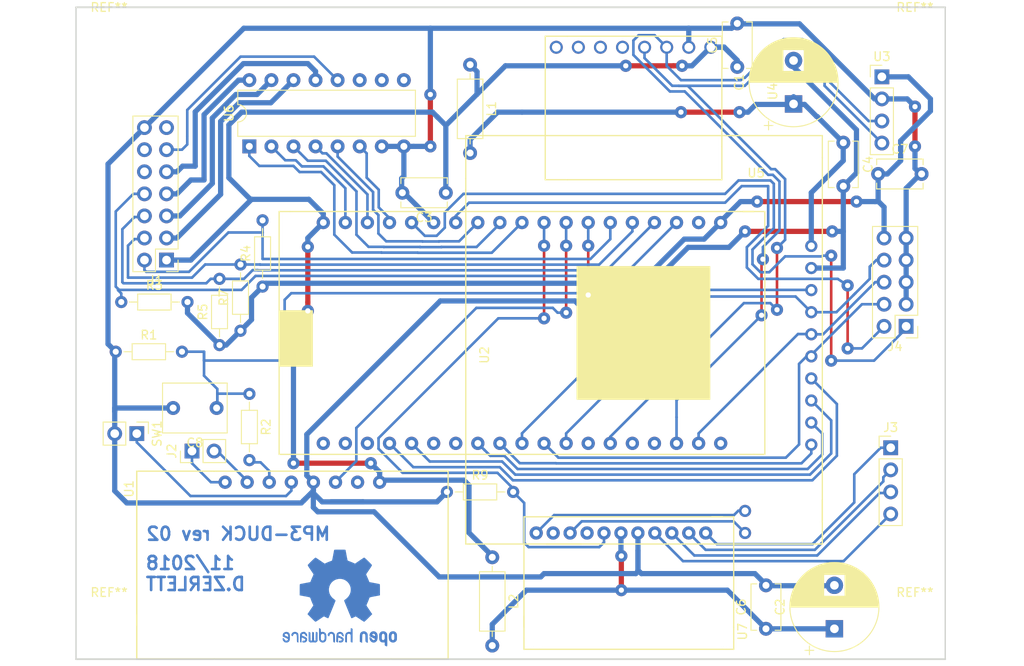
<source format=kicad_pcb>
(kicad_pcb (version 20171130) (host pcbnew 5.0.1)
  (layers (0 F.Cu signal) (31 B.Cu signal hide) (34 B.Paste user) (35 F.Paste user hide) (36 B.SilkS user hide) (37 F.SilkS user) (38 B.Mask user) (39 F.Mask user hide) (44 Edge.Cuts user hide))
  (net 0 "")
  (net 1 GND)
  (net 2 LED1)
  (net 3 SW1)
  (net 4 LED2)
  (net 5 SW2)
  (net 6 LED3)
  (net 7 SW3)
  (net 8 "Net-(J2-Pad1)")
  (net 9 "Net-(J3-Pad1)")
  (net 10 "Net-(J3-Pad2)")
  (net 11 "Net-(J3-Pad3)")
  (net 12 "Net-(J3-Pad4)")
  (net 13 +5V)
  (net 14 /ADC_BATT)
  (net 15 "Net-(R2-Pad2)")
  (net 16 +3V3)
  (net 17 /AMP_ENABLE)
  (net 18 "Net-(SW1-Pad1)")
  (net 19 /LOW_BATT)
  (net 20 "Net-(U2-Pad2)")
  (net 21 "Net-(U2-Pad20)")
  (net 22 "Net-(U2-Pad21)")
  (net 23 "Net-(U2-Pad22)")
  (net 24 "Net-(U2-Pad25)")
  (net 25 /SCK)
  (net 26 /MISO)
  (net 27 /SDA)
  (net 28 "Net-(U2-Pad34)")
  (net 29 "Net-(U2-Pad35)")
  (net 30 /SCL)
  (net 31 /MOSI)
  (net 32 "Net-(U2-Pad38)")
  (net 33 "Net-(U4-Pad5)")
  (net 34 "Net-(U4-Pad6)")
  (net 35 "Net-(U4-Pad7)")
  (net 36 "Net-(U4-Pad8)")
  (net 37 /SS)
  (net 38 /RST)
  (net 39 "Net-(U5-Pad11)")
  (net 40 "Net-(U5-Pad12)")
  (net 41 "Net-(J2-Pad2)")
  (net 42 /SD_CS)
  (net 43 /MP3_XCS)
  (net 44 /MP3_XRESET)
  (net 45 /MP3_XDCS)
  (net 46 /MP3_DREQ)
  (net 47 "Net-(U2-Pad26)")
  (net 48 /VCC_MP3)
  (net 49 /VCC_AMP)
  (net 50 "Net-(U7-Pad8)")
  (net 51 "Net-(U7-Pad10)")
  (net 52 /LED1_OD)
  (net 53 /LED2_OD)
  (net 54 /LED3_OD)
  (net 55 "Net-(U6-Pad9)")
  (net 56 "Net-(U6-Pad10)")
  (net 57 "Net-(U6-Pad11)")
  (net 58 LED6)
  (net 59 LED5)
  (net 60 LED4)
  (net 61 SW4)
  (net 62 /LED4_OD)
  (net 63 "Net-(J1-Pad10)")
  (net 64 "Net-(J1-Pad11)")
  (net 65 "Net-(J1-Pad12)")
  (net 66 "Net-(J1-Pad13)")
  (net 67 "Net-(U1-Pad7)")
  (module Resistor_THT:R_Axial_DIN0204_L3.6mm_D1.6mm_P7.62mm_Horizontal (layer F.Cu) (at 64.887438 95.604468)
    (fp_text reference R9 (at 3.81 -1.92) (layer F.SilkS))
    (fp_text value 22k)
    (pad 2 thru_hole oval (at 7.62 0) (size 1.4 1.4) (drill 0.7) (layers *.Cu *.Mask) (net 17 /AMP_ENABLE))
    (pad 1 thru_hole circle (at 0 0) (size 1.4 1.4) (drill 0.7) (layers *.Cu *.Mask) (net 1 GND))
  )
  (module audioplayer:vs1053_breakout_upside_down (layer F.Cu) (at 100.457 58.42)
    (fp_text reference U5 (at 0 0.5) (layer F.SilkS))
    (fp_text value VS1053/SD_breakout)
    (pad 12 thru_hole circle (at -1.27 41.91) (size 1.4 1.4) (drill 0.8) (layers *.Cu *.Mask) (net 40 "Net-(U5-Pad12)"))
    (pad 11 thru_hole circle (at -1.27 39.37) (size 1.4 1.4) (drill 0.8) (layers *.Cu *.Mask) (net 39 "Net-(U5-Pad11)"))
    (pad 10 thru_hole circle (at 6.35 31.75) (size 1.4 1.4) (drill 0.8) (layers *.Cu *.Mask) (net 46 /MP3_DREQ))
    (pad 9 thru_hole circle (at 6.35 29.21) (size 1.4 1.4) (drill 0.8) (layers *.Cu *.Mask) (net 45 /MP3_XDCS))
    (pad 8 thru_hole circle (at 6.35 26.67) (size 1.4 1.4) (drill 0.8) (layers *.Cu *.Mask) (net 44 /MP3_XRESET))
    (pad 7 thru_hole circle (at 6.35 24.13) (size 1.4 1.4) (drill 0.8) (layers *.Cu *.Mask) (net 43 /MP3_XCS))
    (pad 6 thru_hole circle (at 6.35 21.59) (size 1.4 1.4) (drill 0.8) (layers *.Cu *.Mask) (net 25 /SCK))
    (pad 5 thru_hole circle (at 6.35 19.05) (size 1.4 1.4) (drill 0.8) (layers *.Cu *.Mask) (net 31 /MOSI))
    (pad 4 thru_hole circle (at 6.35 16.51) (size 1.4 1.4) (drill 0.8) (layers *.Cu *.Mask) (net 26 /MISO))
    (pad 3 thru_hole circle (at 6.35 13.97) (size 1.4 1.4) (drill 0.8) (layers *.Cu *.Mask) (net 42 /SD_CS))
    (pad 2 thru_hole circle (at 6.35 11.43) (size 1.4 1.4) (drill 0.8) (layers *.Cu *.Mask) (net 1 GND))
    (pad "" np_thru_hole circle (at -29.21 40.64) (size 3.2 3.2) (drill 3.2) (layers *.Cu *.Mask))
    (pad "" np_thru_hole circle (at -29.21 0) (size 3.2 3.2) (drill 3.2) (layers *.Cu *.Mask))
    (pad "" np_thru_hole circle (at 5.08 40.64) (size 3.2 3.2) (drill 3.2) (layers *.Cu *.Mask))
    (pad "" np_thru_hole circle (at 5.08 0) (size 3.2 3.2) (drill 3.2) (layers *.Cu *.Mask))
    (pad 1 thru_hole circle (at 6.35 8.89) (size 1.4 1.4) (drill 0.8) (layers *.Cu *.Mask) (net 48 /VCC_MP3))
  )
  (module Resistor_THT:R_Axial_DIN0204_L3.6mm_D1.6mm_P7.62mm_Horizontal (layer F.Cu) (at 41.138438 77.062468 90)
    (fp_text reference R7 (at 3.81 -1.92 90) (layer F.SilkS))
    (fp_text value 4.7k)
    (pad 1 thru_hole circle (at 0 0 90) (size 1.4 1.4) (drill 0.7) (layers *.Cu *.Mask) (net 16 +3V3))
    (pad 2 thru_hole oval (at 7.62 0 90) (size 1.4 1.4) (drill 0.7) (layers *.Cu *.Mask) (net 7 SW3))
  )
  (module Resistor_THT:R_Axial_DIN0204_L3.6mm_D1.6mm_P7.62mm_Horizontal (layer F.Cu) (at 27.422438 73.760468)
    (fp_text reference R3 (at 3.81 -1.92) (layer F.SilkS))
    (fp_text value 4.7k)
    (pad 2 thru_hole oval (at 7.62 0) (size 1.4 1.4) (drill 0.7) (layers *.Cu *.Mask) (net 16 +3V3))
    (pad 1 thru_hole circle (at 0 0) (size 1.4 1.4) (drill 0.7) (layers *.Cu *.Mask) (net 3 SW1))
  )
  (module Resistor_THT:R_Axial_DIN0204_L3.6mm_D1.6mm_P7.62mm_Horizontal (layer F.Cu) (at 43.678438 71.982468 90)
    (fp_text reference R4 (at 3.81 -1.92 90) (layer F.SilkS))
    (fp_text value 4.7k)
    (pad 1 thru_hole circle (at 0 0 90) (size 1.4 1.4) (drill 0.7) (layers *.Cu *.Mask) (net 16 +3V3))
    (pad 2 thru_hole oval (at 7.62 0 90) (size 1.4 1.4) (drill 0.7) (layers *.Cu *.Mask) (net 61 SW4))
  )
  (module Resistor_THT:R_Axial_DIN0204_L3.6mm_D1.6mm_P7.62mm_Horizontal (layer F.Cu) (at 38.725438 78.713468 90)
    (fp_text reference R5 (at 3.81 -1.92 90) (layer F.SilkS))
    (fp_text value 4.7k)
    (pad 2 thru_hole oval (at 7.62 0 90) (size 1.4 1.4) (drill 0.7) (layers *.Cu *.Mask) (net 5 SW2))
    (pad 1 thru_hole circle (at 0 0 90) (size 1.4 1.4) (drill 0.7) (layers *.Cu *.Mask) (net 16 +3V3))
  )
  (module Connector_PinHeader_2.54mm:PinHeader_2x07_P2.54mm_Vertical (layer F.Cu) (at 32.629438 68.934468 180)
    (fp_text reference J1 (at 1.27 -2.33 180) (layer F.SilkS))
    (fp_text value Panel)
    (pad 1 thru_hole rect (at 0 0 180) (size 1.7 1.7) (drill 1) (layers *.Cu *.Mask) (net 13 +5V))
    (pad 2 thru_hole oval (at 2.54 0 180) (size 1.7 1.7) (drill 1) (layers *.Cu *.Mask) (net 61 SW4))
    (pad 3 thru_hole oval (at 0 2.54 180) (size 1.7 1.7) (drill 1) (layers *.Cu *.Mask) (net 62 /LED4_OD))
    (pad 4 thru_hole oval (at 2.54 2.54 180) (size 1.7 1.7) (drill 1) (layers *.Cu *.Mask) (net 7 SW3))
    (pad 5 thru_hole oval (at 0 5.08 180) (size 1.7 1.7) (drill 1) (layers *.Cu *.Mask) (net 54 /LED3_OD))
    (pad 6 thru_hole oval (at 2.54 5.08 180) (size 1.7 1.7) (drill 1) (layers *.Cu *.Mask) (net 5 SW2))
    (pad 7 thru_hole oval (at 0 7.62 180) (size 1.7 1.7) (drill 1) (layers *.Cu *.Mask) (net 53 /LED2_OD))
    (pad 8 thru_hole oval (at 2.54 7.62 180) (size 1.7 1.7) (drill 1) (layers *.Cu *.Mask) (net 3 SW1))
    (pad 9 thru_hole oval (at 0 10.16 180) (size 1.7 1.7) (drill 1) (layers *.Cu *.Mask) (net 52 /LED1_OD))
    (pad 10 thru_hole oval (at 2.54 10.16 180) (size 1.7 1.7) (drill 1) (layers *.Cu *.Mask) (net 63 "Net-(J1-Pad10)"))
    (pad 11 thru_hole oval (at 0 12.7 180) (size 1.7 1.7) (drill 1) (layers *.Cu *.Mask) (net 64 "Net-(J1-Pad11)"))
    (pad 12 thru_hole oval (at 2.54 12.7 180) (size 1.7 1.7) (drill 1) (layers *.Cu *.Mask) (net 65 "Net-(J1-Pad12)"))
    (pad 13 thru_hole oval (at 0 15.24 180) (size 1.7 1.7) (drill 1) (layers *.Cu *.Mask) (net 66 "Net-(J1-Pad13)"))
    (pad 14 thru_hole oval (at 2.54 15.24 180) (size 1.7 1.7) (drill 1) (layers *.Cu *.Mask) (net 1 GND))
  )
  (module Inductor_THT:L_Axial_L6.6mm_D2.7mm_P10.16mm_Horizontal_Vishay_IM-2 (layer F.Cu) (at 67.554438 46.455468 270)
    (fp_text reference L1 (at 5.08 -2.47 270) (layer F.SilkS))
    (fp_text value L)
    (pad 2 thru_hole oval (at 10.16 0 270) (size 1.6 1.6) (drill 0.8) (layers *.Cu *.Mask) (net 48 /VCC_MP3))
    (pad 1 thru_hole circle (at 0 0 270) (size 1.6 1.6) (drill 0.8) (layers *.Cu *.Mask) (net 13 +5V))
  )
  (module Capacitor_THT:C_Disc_D5.1mm_W3.2mm_P5.00mm (layer F.Cu) (at 98.288438 46.709468 90)
    (fp_text reference C5 (at 2.5 -2.85 90) (layer F.SilkS))
    (fp_text value C)
    (pad 2 thru_hole circle (at 5 0 90) (size 1.6 1.6) (drill 0.8) (layers *.Cu *.Mask) (net 1 GND))
    (pad 1 thru_hole circle (at 0 0 90) (size 1.6 1.6) (drill 0.8) (layers *.Cu *.Mask) (net 13 +5V))
  )
  (module audioplayer:gy-521-noholes (layer F.Cu) (at 102.87 49.53 270)
    (fp_text reference U4 (at 0 0.5 270) (layer F.SilkS))
    (fp_text value GY-521)
    (pad 8 thru_hole circle (at -5.08 25.4 270) (size 1.5 1.5) (drill 1) (layers *.Cu *.Mask) (net 36 "Net-(U4-Pad8)"))
    (pad 7 thru_hole circle (at -5.08 22.86 270) (size 1.5 1.5) (drill 1) (layers *.Cu *.Mask) (net 35 "Net-(U4-Pad7)"))
    (pad 6 thru_hole circle (at -5.08 20.32 270) (size 1.5 1.5) (drill 1) (layers *.Cu *.Mask) (net 34 "Net-(U4-Pad6)"))
    (pad 5 thru_hole circle (at -5.08 17.78 270) (size 1.5 1.5) (drill 1) (layers *.Cu *.Mask) (net 33 "Net-(U4-Pad5)"))
    (pad 4 thru_hole circle (at -5.08 15.24 270) (size 1.5 1.5) (drill 1) (layers *.Cu *.Mask) (net 27 /SDA))
    (pad 3 thru_hole circle (at -5.08 12.7 270) (size 1.5 1.5) (drill 1) (layers *.Cu *.Mask) (net 30 /SCL))
    (pad 2 thru_hole circle (at -5.08 10.16 270) (size 1.5 1.5) (drill 1) (layers *.Cu *.Mask) (net 1 GND))
    (pad 1 thru_hole circle (at -5.08 7.62 270) (size 1.5 1.5) (drill 1) (layers *.Cu *.Mask) (net 13 +5V))
  )
  (module Connector_PinHeader_2.54mm:PinHeader_1x04_P2.54mm_Vertical (layer F.Cu) (at 115.941438 90.524468)
    (fp_text reference J3 (at 0 -2.33) (layer F.SilkS))
    (fp_text value Speakers)
    (pad 4 thru_hole oval (at 0 7.62) (size 1.7 1.7) (drill 1) (layers *.Cu *.Mask) (net 12 "Net-(J3-Pad4)"))
    (pad 3 thru_hole oval (at 0 5.08) (size 1.7 1.7) (drill 1) (layers *.Cu *.Mask) (net 11 "Net-(J3-Pad3)"))
    (pad 2 thru_hole oval (at 0 2.54) (size 1.7 1.7) (drill 1) (layers *.Cu *.Mask) (net 10 "Net-(J3-Pad2)"))
    (pad 1 thru_hole rect (at 0 0) (size 1.7 1.7) (drill 1) (layers *.Cu *.Mask) (net 9 "Net-(J3-Pad1)"))
  )
  (module Package_DIP:DIP-16_W7.62mm (layer F.Cu) (at 42.154438 55.853468 90)
    (fp_text reference U6 (at 3.81 -2.33 90) (layer F.SilkS))
    (fp_text value ULN2003)
    (pad 16 thru_hole oval (at 7.62 0 90) (size 1.6 1.6) (drill 0.8) (layers *.Cu *.Mask) (net 53 /LED2_OD))
    (pad 8 thru_hole oval (at 0 17.78 90) (size 1.6 1.6) (drill 0.8) (layers *.Cu *.Mask) (net 1 GND))
    (pad 15 thru_hole oval (at 7.62 2.54 90) (size 1.6 1.6) (drill 0.8) (layers *.Cu *.Mask) (net 54 /LED3_OD))
    (pad 7 thru_hole oval (at 0 15.24 90) (size 1.6 1.6) (drill 0.8) (layers *.Cu *.Mask) (net 1 GND))
    (pad 14 thru_hole oval (at 7.62 5.08 90) (size 1.6 1.6) (drill 0.8) (layers *.Cu *.Mask) (net 62 /LED4_OD))
    (pad 6 thru_hole oval (at 0 12.7 90) (size 1.6 1.6) (drill 0.8) (layers *.Cu *.Mask) (net 60 LED4))
    (pad 13 thru_hole oval (at 7.62 7.62 90) (size 1.6 1.6) (drill 0.8) (layers *.Cu *.Mask) (net 52 /LED1_OD))
    (pad 5 thru_hole oval (at 0 10.16 90) (size 1.6 1.6) (drill 0.8) (layers *.Cu *.Mask) (net 6 LED3))
    (pad 12 thru_hole oval (at 7.62 10.16 90) (size 1.6 1.6) (drill 0.8) (layers *.Cu *.Mask) (net 64 "Net-(J1-Pad11)"))
    (pad 4 thru_hole oval (at 0 7.62 90) (size 1.6 1.6) (drill 0.8) (layers *.Cu *.Mask) (net 59 LED5))
    (pad 11 thru_hole oval (at 7.62 12.7 90) (size 1.6 1.6) (drill 0.8) (layers *.Cu *.Mask) (net 57 "Net-(U6-Pad11)"))
    (pad 3 thru_hole oval (at 0 5.08 90) (size 1.6 1.6) (drill 0.8) (layers *.Cu *.Mask) (net 4 LED2))
    (pad 10 thru_hole oval (at 7.62 15.24 90) (size 1.6 1.6) (drill 0.8) (layers *.Cu *.Mask) (net 56 "Net-(U6-Pad10)"))
    (pad 2 thru_hole oval (at 0 2.54 90) (size 1.6 1.6) (drill 0.8) (layers *.Cu *.Mask) (net 58 LED6))
    (pad 9 thru_hole oval (at 7.62 17.78 90) (size 1.6 1.6) (drill 0.8) (layers *.Cu *.Mask) (net 55 "Net-(U6-Pad9)"))
    (pad 1 thru_hole rect (at 0 0 90) (size 1.6 1.6) (drill 0.8) (layers *.Cu *.Mask) (net 2 LED1))
  )
  (module Capacitor_THT:CP_Radial_D10.0mm_P5.00mm (layer F.Cu) (at 104.765438 50.974 90)
    (fp_text reference C1 (at 2.5 -6.25 90) (layer F.SilkS))
    (fp_text value 100u)
    (pad 2 thru_hole circle (at 5 0 90) (size 2 2) (drill 1) (layers *.Cu *.Mask) (net 1 GND))
    (pad 1 thru_hole rect (at 0 0 90) (size 2 2) (drill 1) (layers *.Cu *.Mask) (net 48 /VCC_MP3))
  )
  (module Connector_PinHeader_2.54mm:PinHeader_1x04_P2.54mm_Vertical (layer F.Cu) (at 114.925438 47.852468)
    (fp_text reference U3 (at 0 -2.33) (layer F.SilkS))
    (fp_text value OLED)
    (pad 4 thru_hole oval (at 0 7.62) (size 1.7 1.7) (drill 1) (layers *.Cu *.Mask) (net 27 /SDA))
    (pad 3 thru_hole oval (at 0 5.08) (size 1.7 1.7) (drill 1) (layers *.Cu *.Mask) (net 30 /SCL))
    (pad 2 thru_hole oval (at 0 2.54) (size 1.7 1.7) (drill 1) (layers *.Cu *.Mask) (net 1 GND))
    (pad 1 thru_hole rect (at 0 0) (size 1.7 1.7) (drill 1) (layers *.Cu *.Mask) (net 16 +3V3))
  )
  (module Capacitor_THT:C_Disc_D5.1mm_W3.2mm_P5.00mm (layer F.Cu) (at 114.497438 59.028468)
    (fp_text reference C7 (at 2.5 -2.85) (layer F.SilkS))
    (fp_text value C)
    (pad 2 thru_hole circle (at 5 0) (size 1.6 1.6) (drill 0.8) (layers *.Cu *.Mask) (net 1 GND))
    (pad 1 thru_hole circle (at 0 0) (size 1.6 1.6) (drill 0.8) (layers *.Cu *.Mask) (net 16 +3V3))
  )
  (module audioplayer:adafruit-pb500-charge (layer F.Cu) (at 44.45 100.838 90)
    (fp_text reference U1 (at 5.588 -16.129 90) (layer F.SilkS))
    (fp_text value PB-500)
    (pad "" np_thru_hole circle (at -8.89 18.161 90) (size 2 2) (drill 2) (layers *.Cu *.Mask))
    (pad "" np_thru_hole circle (at -11.43 -12.7 90) (size 2 2) (drill 2) (layers *.Cu *.Mask))
    (pad 8 thru_hole circle (at 6.35 12.7 90) (size 1.524 1.524) (drill 0.762) (layers *.Cu *.Mask) (net 13 +5V))
    (pad 7 thru_hole circle (at 6.35 10.16 90) (size 1.524 1.524) (drill 0.762) (layers *.Cu *.Mask) (net 67 "Net-(U1-Pad7)"))
    (pad 6 thru_hole circle (at 6.35 7.62 90) (size 1.524 1.524) (drill 0.762) (layers *.Cu *.Mask) (net 19 /LOW_BATT))
    (pad 5 thru_hole circle (at 6.35 5.08 90) (size 1.524 1.524) (drill 0.762) (layers *.Cu *.Mask) (net 1 GND))
    (pad 4 thru_hole circle (at 6.35 2.54 90) (size 1.524 1.524) (drill 0.762) (layers *.Cu *.Mask) (net 18 "Net-(SW1-Pad1)"))
    (pad 3 thru_hole circle (at 6.35 0 90) (size 1.524 1.524) (drill 0.762) (layers *.Cu *.Mask) (net 15 "Net-(R2-Pad2)"))
    (pad 2 thru_hole circle (at 6.35 -2.54 90) (size 1.524 1.524) (drill 0.762) (layers *.Cu *.Mask) (net 41 "Net-(J2-Pad2)"))
    (pad 1 thru_hole circle (at 6.35 -5.08 90) (size 1.524 1.524) (drill 0.762) (layers *.Cu *.Mask) (net 8 "Net-(J2-Pad1)"))
  )
  (module MountingHole:MountingHole_3.2mm_M3_DIN965 (layer F.Cu) (at 26.025438 43.661468)
    (fp_text reference REF** (at 0 -3.8) (layer F.SilkS))
    (fp_text value MountingHole_3.2mm_M3_DIN965)
    (pad 1 np_thru_hole circle (at 0 0) (size 3.2 3.2) (drill 3.2) (layers *.Cu *.Mask))
  )
  (module MountingHole:MountingHole_3.2mm_M3_DIN965 (layer F.Cu) (at 26.025438 110.971468)
    (fp_text reference REF** (at 0 -3.8) (layer F.SilkS))
    (fp_text value MountingHole_3.2mm_M3_DIN965)
    (pad 1 np_thru_hole circle (at 0 0) (size 3.2 3.2) (drill 3.2) (layers *.Cu *.Mask))
  )
  (module MountingHole:MountingHole_3.2mm_M3_DIN965 (layer F.Cu) (at 118.735438 110.971468)
    (fp_text reference REF** (at 0 -3.8) (layer F.SilkS))
    (fp_text value MountingHole_3.2mm_M3_DIN965)
    (pad 1 np_thru_hole circle (at 0 0) (size 3.2 3.2) (drill 3.2) (layers *.Cu *.Mask))
  )
  (module MountingHole:MountingHole_3.2mm_M3_DIN965 (layer F.Cu) (at 118.735438 43.661468)
    (fp_text reference REF** (at 0 -3.8) (layer F.SilkS))
    (fp_text value MountingHole_3.2mm_M3_DIN965)
    (pad 1 np_thru_hole circle (at 0 0) (size 3.2 3.2) (drill 3.2) (layers *.Cu *.Mask))
  )
  (module Capacitor_THT:CP_Radial_D10.0mm_P5.00mm (layer F.Cu) (at 109.464438 111.352468 90)
    (fp_text reference C2 (at 2.5 -6.25 90) (layer F.SilkS))
    (fp_text value 470u)
    (pad 2 thru_hole circle (at 5 0 90) (size 2 2) (drill 1) (layers *.Cu *.Mask) (net 1 GND))
    (pad 1 thru_hole rect (at 0 0 90) (size 2 2) (drill 1) (layers *.Cu *.Mask) (net 49 /VCC_AMP))
  )
  (module Capacitor_THT:C_Disc_D5.1mm_W3.2mm_P5.00mm (layer F.Cu) (at 64.760438 61.187468 180)
    (fp_text reference C3 (at 2.5 -2.85 180) (layer F.SilkS))
    (fp_text value C)
    (pad 2 thru_hole circle (at 5 0 180) (size 1.6 1.6) (drill 0.8) (layers *.Cu *.Mask) (net 1 GND))
    (pad 1 thru_hole circle (at 0 0 180) (size 1.6 1.6) (drill 0.8) (layers *.Cu *.Mask) (net 13 +5V))
  )
  (module Capacitor_THT:C_Disc_D5.1mm_W3.2mm_P5.00mm (layer F.Cu) (at 110.49 55.425468 270)
    (fp_text reference C4 (at 2.5 -2.85 270) (layer F.SilkS))
    (fp_text value C)
    (pad 2 thru_hole circle (at 5 0 270) (size 1.6 1.6) (drill 0.8) (layers *.Cu *.Mask) (net 1 GND))
    (pad 1 thru_hole circle (at 0 0 270) (size 1.6 1.6) (drill 0.8) (layers *.Cu *.Mask) (net 48 /VCC_MP3))
  )
  (module Capacitor_THT:C_Disc_D5.1mm_W3.2mm_P5.00mm (layer F.Cu) (at 101.590438 111.352468 90)
    (fp_text reference C6 (at 2.5 -2.85 90) (layer F.SilkS))
    (fp_text value C)
    (pad 2 thru_hole circle (at 5 0 90) (size 1.6 1.6) (drill 0.8) (layers *.Cu *.Mask) (net 1 GND))
    (pad 1 thru_hole circle (at 0 0 90) (size 1.6 1.6) (drill 0.8) (layers *.Cu *.Mask) (net 49 /VCC_AMP))
  )
  (module audioplayer:hw-323 (layer F.Cu) (at 96.61 102.28 270)
    (fp_text reference U7 (at 9.398 -2.286 270) (layer F.SilkS))
    (fp_text value HW-323)
    (pad "" np_thru_hole circle (at 10.16 21.59 270) (size 2 2) (drill 2) (layers *.Cu *.Mask))
    (pad "" np_thru_hole circle (at 10.16 0 270) (size 2 2) (drill 2) (layers *.Cu *.Mask))
    (pad 11 thru_hole circle (at -1.95 21.45 270) (size 1.524 1.524) (drill 0.762) (layers *.Cu *.Mask) (net 39 "Net-(U5-Pad11)"))
    (pad 10 thru_hole circle (at -1.95 19.5 270) (size 1.524 1.524) (drill 0.762) (layers *.Cu *.Mask) (net 51 "Net-(U7-Pad10)"))
    (pad 9 thru_hole circle (at -1.95 17.55 270) (size 1.524 1.524) (drill 0.762) (layers *.Cu *.Mask) (net 40 "Net-(U5-Pad12)"))
    (pad 8 thru_hole circle (at -1.95 15.6 270) (size 1.524 1.524) (drill 0.762) (layers *.Cu *.Mask) (net 50 "Net-(U7-Pad8)"))
    (pad 7 thru_hole circle (at -1.95 13.65 270) (size 1.524 1.524) (drill 0.762) (layers *.Cu *.Mask) (net 17 /AMP_ENABLE))
    (pad 6 thru_hole circle (at -1.95 11.7 270) (size 1.524 1.524) (drill 0.762) (layers *.Cu *.Mask) (net 49 /VCC_AMP))
    (pad 5 thru_hole circle (at -1.95 9.75 270) (size 1.524 1.524) (drill 0.762) (layers *.Cu *.Mask) (net 1 GND))
    (pad 4 thru_hole circle (at -1.95 7.8 270) (size 1.524 1.524) (drill 0.762) (layers *.Cu *.Mask) (net 12 "Net-(J3-Pad4)"))
    (pad 3 thru_hole circle (at -1.95 5.85 270) (size 1.524 1.524) (drill 0.762) (layers *.Cu *.Mask) (net 11 "Net-(J3-Pad3)"))
    (pad 2 thru_hole circle (at -1.95 3.9 270) (size 1.524 1.524) (drill 0.762) (layers *.Cu *.Mask) (net 10 "Net-(J3-Pad2)"))
    (pad 1 thru_hole circle (at -1.95 1.95 270) (size 1.524 1.524) (drill 0.762) (layers *.Cu *.Mask) (net 9 "Net-(J3-Pad1)"))
  )
  (module Connector_PinHeader_2.54mm:PinHeader_2x05_P2.54mm_Vertical (layer F.Cu) (at 117.719438 76.554468 180)
    (fp_text reference J4 (at 1.27 -2.33 180) (layer F.SilkS))
    (fp_text value RFID)
    (pad 10 thru_hole oval (at 2.54 10.16 180) (size 1.7 1.7) (drill 1) (layers *.Cu *.Mask) (net 16 +3V3))
    (pad 9 thru_hole oval (at 0 10.16 180) (size 1.7 1.7) (drill 1) (layers *.Cu *.Mask) (net 1 GND))
    (pad 8 thru_hole oval (at 2.54 7.62 180) (size 1.7 1.7) (drill 1) (layers *.Cu *.Mask) (net 26 /MISO))
    (pad 7 thru_hole oval (at 0 7.62 180) (size 1.7 1.7) (drill 1) (layers *.Cu *.Mask) (net 1 GND))
    (pad 6 thru_hole oval (at 2.54 5.08 180) (size 1.7 1.7) (drill 1) (layers *.Cu *.Mask) (net 31 /MOSI))
    (pad 5 thru_hole oval (at 0 5.08 180) (size 1.7 1.7) (drill 1) (layers *.Cu *.Mask) (net 1 GND))
    (pad 4 thru_hole oval (at 2.54 2.54 180) (size 1.7 1.7) (drill 1) (layers *.Cu *.Mask) (net 25 /SCK))
    (pad 3 thru_hole oval (at 0 2.54 180) (size 1.7 1.7) (drill 1) (layers *.Cu *.Mask) (net 1 GND))
    (pad 2 thru_hole oval (at 2.54 0 180) (size 1.7 1.7) (drill 1) (layers *.Cu *.Mask) (net 37 /SS))
    (pad 1 thru_hole rect (at 0 0 180) (size 1.7 1.7) (drill 1) (layers *.Cu *.Mask) (net 38 /RST))
  )
  (module Connector_PinHeader_2.54mm:PinHeader_1x02_P2.54mm_Vertical (layer F.Cu) (at 29.21 88.9 270)
    (fp_text reference SW1 (at 0 -2.33 270) (layer F.SilkS))
    (fp_text value POWER)
    (pad 2 thru_hole oval (at 0 2.54 270) (size 1.7 1.7) (drill 1) (layers *.Cu *.Mask) (net 1 GND))
    (pad 1 thru_hole rect (at 0 0 270) (size 1.7 1.7) (drill 1) (layers *.Cu *.Mask) (net 18 "Net-(SW1-Pad1)"))
  )
  (module Connector_PinHeader_2.54mm:PinHeader_1x02_P2.54mm_Vertical (layer F.Cu) (at 35.56 90.905468 90)
    (fp_text reference J2 (at 0 -2.33 90) (layer F.SilkS))
    (fp_text value Charge_USB)
    (pad 2 thru_hole oval (at 0 2.54 90) (size 1.7 1.7) (drill 1) (layers *.Cu *.Mask) (net 41 "Net-(J2-Pad2)"))
    (pad 1 thru_hole rect (at 0 0 90) (size 1.7 1.7) (drill 1) (layers *.Cu *.Mask) (net 8 "Net-(J2-Pad1)"))
  )
  (module Inductor_THT:L_Axial_L6.6mm_D2.7mm_P10.16mm_Horizontal_Vishay_IM-2 (layer F.Cu) (at 70.104 103.124 270)
    (fp_text reference L2 (at 5.08 -2.47 270) (layer F.SilkS))
    (fp_text value L)
    (pad 2 thru_hole oval (at 10.16 0 270) (size 1.6 1.6) (drill 0.8) (layers *.Cu *.Mask) (net 49 /VCC_AMP))
    (pad 1 thru_hole circle (at 0 0 270) (size 1.6 1.6) (drill 0.8) (layers *.Cu *.Mask) (net 13 +5V))
  )
  (module Capacitor_THT:C_Rect_L7.2mm_W5.5mm_P5.00mm_FKS2_FKP2_MKS2_MKP2 (layer F.Cu) (at 38.391438 85.952468 180)
    (fp_text reference C8 (at 2.5 -4 180) (layer F.SilkS))
    (fp_text value 1u)
    (pad 2 thru_hole circle (at 5 0 180) (size 1.6 1.6) (drill 0.8) (layers *.Cu *.Mask) (net 1 GND))
    (pad 1 thru_hole circle (at 0 0 180) (size 1.6 1.6) (drill 0.8) (layers *.Cu *.Mask) (net 14 /ADC_BATT))
  )
  (module Resistor_THT:R_Axial_DIN0204_L3.6mm_D1.6mm_P7.62mm_Horizontal (layer F.Cu) (at 26.787438 79.475468)
    (fp_text reference R1 (at 3.81 -1.92) (layer F.SilkS))
    (fp_text value 10k)
    (pad 2 thru_hole oval (at 7.62 0) (size 1.4 1.4) (drill 0.7) (layers *.Cu *.Mask) (net 14 /ADC_BATT))
    (pad 1 thru_hole circle (at 0 0) (size 1.4 1.4) (drill 0.7) (layers *.Cu *.Mask) (net 1 GND))
  )
  (module Resistor_THT:R_Axial_DIN0204_L3.6mm_D1.6mm_P7.62mm_Horizontal (layer F.Cu) (at 42.164 84.328 270)
    (fp_text reference R2 (at 3.81 -1.92 270) (layer F.SilkS))
    (fp_text value 33k)
    (pad 2 thru_hole oval (at 7.62 0 270) (size 1.4 1.4) (drill 0.7) (layers *.Cu *.Mask) (net 15 "Net-(R2-Pad2)"))
    (pad 1 thru_hole circle (at 0 0 270) (size 1.4 1.4) (drill 0.7) (layers *.Cu *.Mask) (net 14 /ADC_BATT))
  )
  (module audioplayer:esp32-nodemcu-noholes (layer F.Cu) (at 69.713438 79.856468 270)
    (fp_text reference U2 (at 0 0.5 270) (layer F.SilkS))
    (fp_text value ESP32-nodeMCU)
    (pad 38 thru_hole circle (at 10.16 -26.67 270) (size 1.524 1.524) (drill 0.762) (layers *.Cu *.Mask) (net 32 "Net-(U2-Pad38)"))
    (pad 37 thru_hole circle (at 10.16 -24.13 270) (size 1.524 1.524) (drill 0.762) (layers *.Cu *.Mask) (net 31 /MOSI))
    (pad 36 thru_hole circle (at 10.16 -21.59 270) (size 1.524 1.524) (drill 0.762) (layers *.Cu *.Mask) (net 30 /SCL))
    (pad 35 thru_hole circle (at 10.16 -19.05 270) (size 1.524 1.524) (drill 0.762) (layers *.Cu *.Mask) (net 29 "Net-(U2-Pad35)"))
    (pad 34 thru_hole circle (at 10.16 -16.51 270) (size 1.524 1.524) (drill 0.762) (layers *.Cu *.Mask) (net 28 "Net-(U2-Pad34)"))
    (pad 33 thru_hole circle (at 10.16 -13.97 270) (size 1.524 1.524) (drill 0.762) (layers *.Cu *.Mask) (net 27 /SDA))
    (pad 32 thru_hole circle (at 10.16 -11.43 270) (size 1.524 1.524) (drill 0.762) (layers *.Cu *.Mask))
    (pad 31 thru_hole circle (at 10.16 -8.89 270) (size 1.524 1.524) (drill 0.762) (layers *.Cu *.Mask) (net 26 /MISO))
    (pad 30 thru_hole circle (at 10.16 -6.35 270) (size 1.524 1.524) (drill 0.762) (layers *.Cu *.Mask) (net 25 /SCK))
    (pad 29 thru_hole circle (at 10.16 -3.81 270) (size 1.524 1.524) (drill 0.762) (layers *.Cu *.Mask) (net 42 /SD_CS))
    (pad 28 thru_hole circle (at 10.16 -1.27 270) (size 1.524 1.524) (drill 0.762) (layers *.Cu *.Mask) (net 46 /MP3_DREQ))
    (pad 27 thru_hole circle (at 10.16 1.27 270) (size 1.524 1.524) (drill 0.762) (layers *.Cu *.Mask) (net 45 /MP3_XDCS))
    (pad 26 thru_hole circle (at 10.16 3.81 270) (size 1.524 1.524) (drill 0.762) (layers *.Cu *.Mask) (net 47 "Net-(U2-Pad26)"))
    (pad 25 thru_hole circle (at 10.16 6.35 270) (size 1.524 1.524) (drill 0.762) (layers *.Cu *.Mask) (net 24 "Net-(U2-Pad25)"))
    (pad 24 thru_hole circle (at 10.16 8.89 270) (size 1.524 1.524) (drill 0.762) (layers *.Cu *.Mask) (net 44 /MP3_XRESET))
    (pad 23 thru_hole circle (at 10.16 11.43 270) (size 1.524 1.524) (drill 0.762) (layers *.Cu *.Mask) (net 43 /MP3_XCS))
    (pad 22 thru_hole circle (at 10.16 13.97 270) (size 1.524 1.524) (drill 0.762) (layers *.Cu *.Mask) (net 23 "Net-(U2-Pad22)"))
    (pad 21 thru_hole circle (at 10.16 16.51 270) (size 1.524 1.524) (drill 0.762) (layers *.Cu *.Mask) (net 22 "Net-(U2-Pad21)"))
    (pad 20 thru_hole circle (at 10.16 19.05 270) (size 1.524 1.524) (drill 0.762) (layers *.Cu *.Mask) (net 21 "Net-(U2-Pad20)"))
    (pad 19 thru_hole circle (at -15.24 19.05 270) (size 1.524 1.524) (drill 0.762) (layers *.Cu *.Mask) (net 13 +5V))
    (pad 18 thru_hole circle (at -15.24 16.51 270) (size 1.524 1.524) (drill 0.762) (layers *.Cu *.Mask) (net 58 LED6))
    (pad 17 thru_hole circle (at -15.24 13.97 270) (size 1.524 1.524) (drill 0.762) (layers *.Cu *.Mask) (net 59 LED5))
    (pad 16 thru_hole circle (at -15.24 11.43 270) (size 1.524 1.524) (drill 0.762) (layers *.Cu *.Mask) (net 60 LED4))
    (pad 15 thru_hole circle (at -15.24 8.89 270) (size 1.524 1.524) (drill 0.762) (layers *.Cu *.Mask) (net 38 /RST))
    (pad 14 thru_hole circle (at -15.24 6.35 270) (size 1.524 1.524) (drill 0.762) (layers *.Cu *.Mask) (net 1 GND))
    (pad 13 thru_hole circle (at -15.24 3.81 270) (size 1.524 1.524) (drill 0.762) (layers *.Cu *.Mask) (net 37 /SS))
    (pad 12 thru_hole circle (at -15.24 1.27 270) (size 1.524 1.524) (drill 0.762) (layers *.Cu *.Mask) (net 6 LED3))
    (pad 11 thru_hole circle (at -15.24 -1.27 270) (size 1.524 1.524) (drill 0.762) (layers *.Cu *.Mask) (net 4 LED2))
    (pad 10 thru_hole circle (at -15.24 -3.81 270) (size 1.524 1.524) (drill 0.762) (layers *.Cu *.Mask) (net 2 LED1))
    (pad 9 thru_hole circle (at -15.24 -6.35 270) (size 1.524 1.524) (drill 0.762) (layers *.Cu *.Mask) (net 17 /AMP_ENABLE))
    (pad 8 thru_hole circle (at -15.24 -8.89 270) (size 1.524 1.524) (drill 0.762) (layers *.Cu *.Mask) (net 19 /LOW_BATT))
    (pad 7 thru_hole circle (at -15.24 -11.43 270) (size 1.524 1.524) (drill 0.762) (layers *.Cu *.Mask) (net 14 /ADC_BATT))
    (pad 6 thru_hole circle (at -15.24 -13.97 270) (size 1.524 1.524) (drill 0.762) (layers *.Cu *.Mask) (net 61 SW4))
    (pad 5 thru_hole circle (at -15.24 -16.51 270) (size 1.524 1.524) (drill 0.762) (layers *.Cu *.Mask) (net 7 SW3))
    (pad 4 thru_hole circle (at -15.24 -19.05 270) (size 1.524 1.524) (drill 0.762) (layers *.Cu *.Mask) (net 5 SW2))
    (pad 3 thru_hole circle (at -15.24 -21.59 270) (size 1.524 1.524) (drill 0.762) (layers *.Cu *.Mask) (net 3 SW1))
    (pad 2 thru_hole circle (at -15.24 -24.13 270) (size 1.524 1.524) (drill 0.762) (layers *.Cu *.Mask) (net 20 "Net-(U2-Pad2)"))
    (pad 1 thru_hole circle (at -15.24 -26.67 270) (size 1.524 1.524) (drill 0.762) (layers *.Cu *.Mask) (net 16 +3V3))
  )
  (module Symbol:OSHW-Logo2_14.6x12mm_Copper (layer B.Cu) (at 52.568438 107.796468 180)
    (fp_text reference REF** hide)
    (fp_text value OSHW-Logo2_14.6x12mm_Copper hide)
    (fp_poly (pts (xy 0.209014 5.547002) (xy 0.367006 5.546137) (xy 0.481347 5.543795) (xy 0.559407 5.539238) (xy 0.608554 5.53173) (xy 0.636159 5.520534) (xy 0.649592 5.504912) (xy 0.656221 5.484127) (xy 0.656865 5.481437) (xy 0.666935 5.432887) (xy 0.685575 5.337095) (xy 0.710845 5.204257) (xy 0.740807 5.044569) (xy 0.773522 4.868226) (xy 0.774664 4.862033) (xy 0.807433 4.689218) (xy 0.838093 4.536531) (xy 0.864664 4.413129) (xy 0.885167 4.328169) (xy 0.897626 4.29081) (xy 0.89822 4.290148) (xy 0.934919 4.271905) (xy 1.010586 4.241503) (xy 1.108878 4.205507) (xy 1.109425 4.205315) (xy 1.233233 4.158778) (xy 1.379196 4.099496) (xy 1.516781 4.039891) (xy 1.523293 4.036944) (xy 1.74739 3.935235) (xy 2.243619 4.274103) (xy 2.395846 4.377408) (xy 2.533741 4.469763) (xy 2.649315 4.545916) (xy 2.734579 4.600615) (xy 2.781544 4.628607) (xy 2.786004 4.630683) (xy 2.820134 4.62144) (xy 2.883881 4.576844) (xy 2.979731 4.494791) (xy 3.110169 4.373179) (xy 3.243328 4.243795) (xy 3.371694 4.116298) (xy 3.486581 3.999954) (xy 3.581073 3.901948) (xy 3.648253 3.829464) (xy 3.681206 3.789687) (xy 3.682432 3.787639) (xy 3.686074 3.760344) (xy 3.67235 3.715766) (xy 3.637869 3.647888) (xy 3.579239 3.550689) (xy 3.49307 3.418149) (xy 3.3782 3.247524) (xy 3.276254 3.097345) (xy 3.185123 2.96265) (xy 3.110073 2.85126) (xy 3.056369 2.770995) (xy 3.02928 2.729675) (xy 3.027574 2.72687) (xy 3.030882 2.687279) (xy 3.055953 2.610331) (xy 3.097798 2.510568) (xy 3.112712 2.478709) (xy 3.177786 2.336774) (xy 3.247212 2.175727) (xy 3.303609 2.036379) (xy 3.344247 1.932956) (xy 3.376526 1.854358) (xy 3.395178 1.81328) (xy 3.397497 1.810115) (xy 3.431803 1.804872) (xy 3.512669 1.790506) (xy 3.629343 1.769063) (xy 3.771075 1.742587) (xy 3.92711 1.713123) (xy 4.086698 1.682717) (xy 4.239085 1.653412) (xy 4.373521 1.627255) (xy 4.479252 1.60629) (xy 4.545526 1.592561) (xy 4.561782 1.58868) (xy 4.578573 1.5791) (xy 4.591249 1.557464) (xy 4.600378 1.516469) (xy 4.606531 1.448811) (xy 4.61028 1.347188) (xy 4.612192 1.204297) (xy 4.61284 1.012835) (xy 4.612874 0.934355) (xy 4.612874 0.296094) (xy 4.459598 0.26584) (xy 4.374322 0.249436) (xy 4.24707 0.225491) (xy 4.093315 0.196893) (xy 3.928534 0.166533) (xy 3.882989 0.158194) (xy 3.730932 0.12863) (xy 3.598468 0.099558) (xy 3.496714 0.073671) (xy 3.436788 0.053663) (xy 3.426805 0.047699) (xy 3.402293 0.005466) (xy 3.367148 -0.07637) (xy 3.328173 -0.181683) (xy 3.320442 -0.204368) (xy 3.26936 -0.345018) (xy 3.205954 -0.503714) (xy 3.143904 -0.646225) (xy 3.143598 -0.646886) (xy 3.040267 -0.87044) (xy 3.719961 -1.870232) (xy 3.283621 -2.3073) (xy 3.151649 -2.437381) (xy 3.031279 -2.552048) (xy 2.929273 -2.645181) (xy 2.852391 -2.710658) (xy 2.807393 -2.742357) (xy 2.800938 -2.744368) (xy 2.76304 -2.728529) (xy 2.685708 -2.684496) (xy 2.577389 -2.61749) (xy 2.446532 -2.532734) (xy 2.305052 -2.437816) (xy 2.161461 -2.340998) (xy 2.033435 -2.256751) (xy 1.929105 -2.190258) (xy 1.8566 -2.146702) (xy 1.824158 -2.131264) (xy 1.784576 -2.144328) (xy 1.709519 -2.17875) (xy 1.614468 -2.22738) (xy 1.604392 -2.232785) (xy 1.476391 -2.29698) (xy 1.388618 -2.328463) (xy 1.334028 -2.328798) (xy 1.305575 -2.299548) (xy 1.30541 -2.299138) (xy 1.291188 -2.264498) (xy 1.257269 -2.182269) (xy 1.206284 -2.058814) (xy 1.140862 -1.900498) (xy 1.063634 -1.713686) (xy 0.977229 -1.504742) (xy 0.893551 -1.302446) (xy 0.801588 -1.0792) (xy 0.71715 -0.872392) (xy 0.642769 -0.688362) (xy 0.580974 -0.533451) (xy 0.534297 -0.413996) (xy 0.505268 -0.336339) (xy 0.496322 -0.307356) (xy 0.518756 -0.27411) (xy 0.577439 -0.221123) (xy 0.655689 -0.162704) (xy 0.878534 0.022048) (xy 1.052718 0.233818) (xy 1.176154 0.468144) (xy 1.246754 0.720566) (xy 1.262431 0.986623) (xy 1.251036 1.109425) (xy 1.18895 1.364207) (xy 1.082023 1.589199) (xy 0.936889 1.782183) (xy 0.760178 1.940939) (xy 0.558522 2.06325) (xy 0.338554 2.146895) (xy 0.106906 2.189656) (xy -0.129791 2.189313) (xy -0.364905 2.143648) (xy -0.591804 2.050441) (xy -0.803856 1.907473) (xy -0.892364 1.826617) (xy -1.062111 1.618993) (xy -1.180301 1.392105) (xy -1.247722 1.152567) (xy -1.26516 0.906993) (xy -1.233402 0.661997) (xy -1.153235 0.424192) (xy -1.025445 0.200193) (xy -0.85082 -0.003387) (xy -0.655688 -0.162704) (xy -0.574409 -0.223602) (xy -0.516991 -0.276015) (xy -0.496322 -0.307406) (xy -0.507144 -0.341639) (xy -0.537923 -0.423419) (xy -0.586126 -0.546407) (xy -0.649222 -0.704263) (xy -0.724678 -0.890649) (xy -0.809962 -1.099226) (xy -0.893781 -1.302496) (xy -0.986255 -1.525933) (xy -1.071911 -1.732984) (xy -1.148118 -1.917286) (xy -1.212247 -2.072475) (xy -1.261668 -2.192188) (xy -1.293752 -2.270061) (xy -1.305641 -2.299138) (xy -1.333726 -2.328677) (xy -1.388051 -2.328591) (xy -1.475605 -2.297326) (xy -1.603381 -2.233329) (xy -1.604392 -2.232785) (xy -1.700598 -2.183121) (xy -1.778369 -2.146945) (xy -1.822223 -2.131408) (xy -1.824158 -2.131264) (xy -1.857171 -2.147024) (xy -1.930054 -2.19085) (xy -2.034678 -2.257557) (xy -2.16291 -2.341964) (xy -2.305052 -2.437816) (xy -2.449767 -2.534867) (xy -2.580196 -2.61927) (xy -2.68789 -2.685801) (xy -2.764402 -2.729238) (xy -2.800938 -2.744368) (xy -2.834582 -2.724482) (xy -2.902224 -2.668903) (xy -2.997107 -2.583754) (xy -3.11247 -2.475153) (xy -3.241555 -2.349221) (xy -3.283771 -2.307149) (xy -3.720261 -1.869931) (xy -3.388023 -1.38234) (xy -3.287054 -1.232605) (xy -3.198438 -1.09822) (xy -3.127146 -0.986969) (xy -3.07815 -0.906639) (xy -3.056422 -0.865014) (xy -3.055785 -0.862053) (xy -3.06724 -0.822818) (xy -3.098051 -0.743895) (xy -3.142884 -0.638509) (xy -3.174353 -0.567954) (xy -3.233192 -0.432876) (xy -3.288604 -0.296409) (xy -3.331564 -0.181103) (xy -3.343234 -0.145977) (xy -3.376389 -0.052174) (xy -3.408799 0.020306) (xy -3.426601 0.047699) (xy -3.465886 0.064464) (xy -3.551626 0.08823) (xy -3.672697 0.116303) (xy -3.817973 0.145991) (xy -3.882988 0.158194) (xy -4.048087 0.188532) (xy -4.206448 0.217907) (xy -4.342596 0.243431) (xy -4.441057 0.262215) (xy -4.459598 0.26584) (xy -4.612873 0.296094) (xy -4.612873 0.934355) (xy -4.612529 1.14423) (xy -4.611116 1.30302) (xy -4.608064 1.418027) (xy -4.602803 1.496554) (xy -4.594763 1.545904) (xy -4.583373 1.573381) (xy -4.568063 1.586287) (xy -4.561782 1.58868) (xy -4.523896 1.597167) (xy -4.440195 1.6141) (xy -4.321433 1.637434) (xy -4.178361 1.665125) (xy -4.021732 1.695127) (xy -3.862297 1.725396) (xy -3.710809 1.753885) (xy -3.578019 1.778551) (xy -3.474681 1.797349) (xy -3.411545 1.808233) (xy -3.397497 1.810115) (xy -3.38477 1.835296) (xy -3.3566 1.902378) (xy -3.318252 1.998667) (xy -3.303609 2.036379) (xy -3.244548 2.182079) (xy -3.175 2.343049) (xy -3.112712 2.478709) (xy -3.066879 2.582439) (xy -3.036387 2.667674) (xy -3.026208 2.719874) (xy -3.027831 2.72687) (xy -3.049343 2.759898) (xy -3.098465 2.833357) (xy -3.169923 2.939423) (xy -3.258445 3.070274) (xy -3.358759 3.218088) (xy -3.378594 3.247266) (xy -3.494988 3.420137) (xy -3.580548 3.551774) (xy -3.638684 3.648239) (xy -3.672808 3.715592) (xy -3.686331 3.759894) (xy -3.682664 3.787206) (xy -3.68257 3.78738) (xy -3.653707 3.823254) (xy -3.589867 3.892609) (xy -3.497969 3.988255) (xy -3.384933 4.103001) (xy -3.257679 4.229659) (xy -3.243328 4.243795) (xy -3.082957 4.399097) (xy -2.959195 4.51313) (xy -2.869555 4.587998) (xy -2.811552 4.625804) (xy -2.786004 4.630683) (xy -2.748718 4.609397) (xy -2.671343 4.560227) (xy -2.561867 4.488425) (xy -2.42828 4.399245) (xy -2.27857 4.297937) (xy -2.243618 4.274103) (xy -1.74739 3.935235) (xy -1.523293 4.036944) (xy -1.387011 4.096217) (xy -1.240724 4.15583) (xy -1.114965 4.20336) (xy -1.109425 4.205315) (xy -1.011057 4.241323) (xy -0.935229 4.271771) (xy -0.898282 4.290095) (xy -0.89822 4.290148) (xy -0.886496 4.323271) (xy -0.866568 4.404733) (xy -0.840413 4.525375) (xy -0.81001 4.676041) (xy -0.777337 4.847572) (xy -0.774664 4.862033) (xy -0.74189 5.038765) (xy -0.711802 5.19919) (xy -0.686339 5.333112) (xy -0.667441 5.430337) (xy -0.657047 5.480668) (xy -0.656865 5.481437) (xy -0.650539 5.502847) (xy -0.638239 5.519012) (xy -0.612594 5.530669) (xy -0.566235 5.538555) (xy -0.491792 5.543407) (xy -0.381895 5.545961) (xy -0.229175 5.546955) (xy -0.026262 5.547126) (xy 0 5.547126) (xy 0.209014 5.547002)) (layer B.Cu) (width 0.01))
    (fp_poly (pts (xy 6.343439 -3.95654) (xy 6.45895 -4.032034) (xy 6.514664 -4.099617) (xy 6.558804 -4.222255) (xy 6.562309 -4.319298) (xy 6.554368 -4.449056) (xy 6.255115 -4.580039) (xy 6.109611 -4.646958) (xy 6.014537 -4.70079) (xy 5.965101 -4.747416) (xy 5.956511 -4.79272) (xy 5.983972 -4.842582) (xy 6.014253 -4.875632) (xy 6.102363 -4.928633) (xy 6.198196 -4.932347) (xy 6.286212 -4.891041) (xy 6.350869 -4.808983) (xy 6.362433 -4.780008) (xy 6.417825 -4.689509) (xy 6.481553 -4.65094) (xy 6.568966 -4.617946) (xy 6.568966 -4.743034) (xy 6.561238 -4.828156) (xy 6.530966 -4.899938) (xy 6.467518 -4.982356) (xy 6.458088 -4.993066) (xy 6.387513 -5.066391) (xy 6.326847 -5.105742) (xy 6.25095 -5.123845) (xy 6.18803 -5.129774) (xy 6.075487 -5.131251) (xy 5.99537 -5.112535) (xy 5.94539 -5.084747) (xy 5.866838 -5.023641) (xy 5.812463 -4.957554) (xy 5.778052 -4.874441) (xy 5.759388 -4.762254) (xy 5.752256 -4.608946) (xy 5.751687 -4.531136) (xy 5.753622 -4.437853) (xy 5.929899 -4.437853) (xy 5.931944 -4.487896) (xy 5.937039 -4.496092) (xy 5.970666 -4.484958) (xy 6.04303 -4.455493) (xy 6.139747 -4.413601) (xy 6.159973 -4.404597) (xy 6.282203 -4.342442) (xy 6.349547 -4.287815) (xy 6.364348 -4.236649) (xy 6.328947 -4.184876) (xy 6.299711 -4.162) (xy 6.194216 -4.11625) (xy 6.095476 -4.123808) (xy 6.012812 -4.179651) (xy 5.955548 -4.278753) (xy 5.937188 -4.357414) (xy 5.929899 -4.437853) (xy 5.753622 -4.437853) (xy 5.755459 -4.349351) (xy 5.769359 -4.214853) (xy 5.796894 -4.116916) (xy 5.841572 -4.044811) (xy 5.906901 -3.987813) (xy 5.935383 -3.969393) (xy 6.064763 -3.921422) (xy 6.206412 -3.918403) (xy 6.343439 -3.95654)) (layer B.Cu) (width 0.01))
    (fp_poly (pts (xy 5.33569 -3.940018) (xy 5.370585 -3.955269) (xy 5.453877 -4.021235) (xy 5.525103 -4.116618) (xy 5.569153 -4.218406) (xy 5.576322 -4.268587) (xy 5.552285 -4.338647) (xy 5.499561 -4.375717) (xy 5.443031 -4.398164) (xy 5.417146 -4.4023) (xy 5.404542 -4.372283) (xy 5.379654 -4.306961) (xy 5.368735 -4.277445) (xy 5.307508 -4.175348) (xy 5.218861 -4.124423) (xy 5.105193 -4.125989) (xy 5.096774 -4.127994) (xy 5.036088 -4.156767) (xy 4.991474 -4.212859) (xy 4.961002 -4.303163) (xy 4.942744 -4.434571) (xy 4.934771 -4.613974) (xy 4.934023 -4.709433) (xy 4.933652 -4.859913) (xy 4.931223 -4.962495) (xy 4.92476 -5.027672) (xy 4.912288 -5.065938) (xy 4.891833 -5.087785) (xy 4.861419 -5.103707) (xy 4.859661 -5.104509) (xy 4.801091 -5.129272) (xy 4.772075 -5.138391) (xy 4.767616 -5.110822) (xy 4.763799 -5.03462) (xy 4.760899 -4.919541) (xy 4.759191 -4.775341) (xy 4.758851 -4.669814) (xy 4.760588 -4.465613) (xy 4.767382 -4.310697) (xy 4.781607 -4.196024) (xy 4.805638 -4.112551) (xy 4.841848 -4.051236) (xy 4.892612 -4.003034) (xy 4.942739 -3.969393) (xy 5.063275 -3.924619) (xy 5.203557 -3.914521) (xy 5.33569 -3.940018)) (layer B.Cu) (width 0.01))
    (fp_poly (pts (xy 4.314406 -3.935156) (xy 4.398469 -3.973393) (xy 4.46445 -4.019726) (xy 4.512794 -4.071532) (xy 4.546172 -4.138363) (xy 4.567253 -4.229769) (xy 4.578707 -4.355301) (xy 4.583203 -4.524508) (xy 4.583678 -4.635933) (xy 4.583678 -5.070627) (xy 4.509316 -5.104509) (xy 4.450746 -5.129272) (xy 4.42173 -5.138391) (xy 4.416179 -5.111257) (xy 4.411775 -5.038094) (xy 4.409078 -4.931263) (xy 4.408506 -4.846437) (xy 4.406046 -4.723887) (xy 4.399412 -4.626668) (xy 4.389726 -4.567134) (xy 4.382032 -4.554483) (xy 4.330311 -4.567402) (xy 4.249117 -4.600539) (xy 4.155102 -4.645461) (xy 4.064917 -4.693735) (xy 3.995215 -4.736928) (xy 3.962648 -4.766608) (xy 3.962519 -4.766929) (xy 3.96532 -4.821857) (xy 3.990439 -4.874292) (xy 4.034541 -4.916881) (xy 4.098909 -4.931126) (xy 4.153921 -4.929466) (xy 4.231835 -4.928245) (xy 4.272732 -4.946498) (xy 4.297295 -4.994726) (xy 4.300392 -5.00382) (xy 4.31104 -5.072598) (xy 4.282565 -5.11436) (xy 4.208344 -5.134263) (xy 4.128168 -5.137944) (xy 3.98389 -5.110658) (xy 3.909203 -5.07169) (xy 3.816963 -4.980148) (xy 3.768043 -4.867782) (xy 3.763654 -4.749051) (xy 3.805001 -4.638411) (xy 3.867197 -4.56908) (xy 3.929294 -4.530265) (xy 4.026895 -4.481125) (xy 4.140632 -4.431292) (xy 4.15959 -4.423677) (xy 4.284521 -4.368545) (xy 4.356539 -4.319954) (xy 4.3797 -4.271647) (xy 4.358064 -4.21737) (xy 4.32092 -4.174943) (xy 4.233127 -4.122702) (xy 4.13653 -4.118784) (xy 4.047944 -4.159041) (xy 3.984186 -4.239326) (xy 3.975817 -4.26004) (xy 3.927096 -4.336225) (xy 3.855965 -4.392785) (xy 3.766207 -4.439201) (xy 3.766207 -4.307584) (xy 3.77149 -4.227168) (xy 3.794142 -4.163786) (xy 3.844367 -4.096163) (xy 3.892582 -4.044076) (xy 3.967554 -3.970322) (xy 4.025806 -3.930702) (xy 4.088372 -3.91481) (xy 4.159193 -3.912184) (xy 4.314406 -3.935156)) (layer B.Cu) (width 0.01))
    (fp_poly (pts (xy 3.580124 -3.93984) (xy 3.584579 -4.016653) (xy 3.588071 -4.133391) (xy 3.590315 -4.280821) (xy 3.591035 -4.435455) (xy 3.591035 -4.958727) (xy 3.498645 -5.051117) (xy 3.434978 -5.108047) (xy 3.379089 -5.131107) (xy 3.302702 -5.129647) (xy 3.27238 -5.125934) (xy 3.17761 -5.115126) (xy 3.099222 -5.108933) (xy 3.080115 -5.108361) (xy 3.015699 -5.112102) (xy 2.923571 -5.121494) (xy 2.88785 -5.125934) (xy 2.800114 -5.132801) (xy 2.741153 -5.117885) (xy 2.68269 -5.071835) (xy 2.661585 -5.051117) (xy 2.569195 -4.958727) (xy 2.569195 -3.979947) (xy 2.643558 -3.946066) (xy 2.70759 -3.92097) (xy 2.745052 -3.912184) (xy 2.754657 -3.93995) (xy 2.763635 -4.01753) (xy 2.771386 -4.136348) (xy 2.777314 -4.287828) (xy 2.780173 -4.415805) (xy 2.788161 -4.919425) (xy 2.857848 -4.929278) (xy 2.921229 -4.922389) (xy 2.952286 -4.900083) (xy 2.960967 -4.858379) (xy 2.968378 -4.769544) (xy 2.973931 -4.644834) (xy 2.977036 -4.495507) (xy 2.977484 -4.418661) (xy 2.977931 -3.976287) (xy 3.069874 -3.944235) (xy 3.134949 -3.922443) (xy 3.170347 -3.912281) (xy 3.171368 -3.912184) (xy 3.17492 -3.939809) (xy 3.178823 -4.016411) (xy 3.182751 -4.132579) (xy 3.186376 -4.278904) (xy 3.188908 -4.415805) (xy 3.196897 -4.919425) (xy 3.372069 -4.919425) (xy 3.380107 -4.459965) (xy 3.388146 -4.000505) (xy 3.473543 -3.956344) (xy 3.536593 -3.926019) (xy 3.57391 -3.912258) (xy 3.574987 -3.912184) (xy 3.580124 -3.93984)) (layer B.Cu) (width 0.01))
    (fp_poly (pts (xy 2.393914 -4.154455) (xy 2.393543 -4.372661) (xy 2.392108 -4.540519) (xy 2.389002 -4.66607) (xy 2.383622 -4.757355) (xy 2.375362 -4.822415) (xy 2.363616 -4.869291) (xy 2.347781 -4.906024) (xy 2.33579 -4.926991) (xy 2.23649 -5.040694) (xy 2.110588 -5.111965) (xy 1.971291 -5.137538) (xy 1.831805 -5.11415) (xy 1.748743 -5.072119) (xy 1.661545 -4.999411) (xy 1.602117 -4.910612) (xy 1.566261 -4.79432) (xy 1.549781 -4.639135) (xy 1.547447 -4.525287) (xy 1.547761 -4.517106) (xy 1.751724 -4.517106) (xy 1.75297 -4.647657) (xy 1.758678 -4.73408) (xy 1.771804 -4.790618) (xy 1.795306 -4.831514) (xy 1.823386 -4.862362) (xy 1.917688 -4.921905) (xy 2.01894 -4.926992) (xy 2.114636 -4.877279) (xy 2.122084 -4.870543) (xy 2.153874 -4.835502) (xy 2.173808 -4.793811) (xy 2.1846 -4.731762) (xy 2.188965 -4.635644) (xy 2.189655 -4.529379) (xy 2.188159 -4.39588) (xy 2.181964 -4.306822) (xy 2.168514 -4.248293) (xy 2.145251 -4.206382) (xy 2.126175 -4.184123) (xy 2.037563 -4.127985) (xy 1.935508 -4.121235) (xy 1.838095 -4.164114) (xy 1.819296 -4.180032) (xy 1.787293 -4.215382) (xy 1.767318 -4.257502) (xy 1.756593 -4.320251) (xy 1.752339 -4.417487) (xy 1.751724 -4.517106) (xy 1.547761 -4.517106) (xy 1.554504 -4.341947) (xy 1.578472 -4.204195) (xy 1.623548 -4.100632) (xy 1.693928 -4.019856) (xy 1.748743 -3.978455) (xy 1.848376 -3.933728) (xy 1.963855 -3.912967) (xy 2.071199 -3.918525) (xy 2.131264 -3.940943) (xy 2.154835 -3.947323) (xy 2.170477 -3.923535) (xy 2.181395 -3.859788) (xy 2.189655 -3.762687) (xy 2.198699 -3.654541) (xy 2.211261 -3.589475) (xy 2.234119 -3.552268) (xy 2.274051 -3.527699) (xy 2.299138 -3.516819) (xy 2.394023 -3.477072) (xy 2.393914 -4.154455)) (layer B.Cu) (width 0.01))
    (fp_poly (pts (xy 1.065943 -3.92192) (xy 1.198565 -3.970859) (xy 1.30601 -4.057419) (xy 1.348032 -4.118352) (xy 1.393843 -4.230161) (xy 1.392891 -4.311006) (xy 1.344808 -4.365378) (xy 1.327017 -4.374624) (xy 1.250204 -4.40345) (xy 1.210976 -4.396065) (xy 1.197689 -4.347658) (xy 1.197012 -4.32092) (xy 1.172686 -4.222548) (xy 1.109281 -4.153734) (xy 1.021154 -4.120498) (xy 0.922663 -4.128861) (xy 0.842602 -4.172296) (xy 0.815561 -4.197072) (xy 0.796394 -4.227129) (xy 0.783446 -4.272565) (xy 0.775064 -4.343476) (xy 0.769593 -4.44996) (xy 0.765378 -4.602112) (xy 0.764287 -4.650287) (xy 0.760307 -4.815095) (xy 0.755781 -4.931088) (xy 0.748995 -5.007833) (xy 0.738231 -5.054893) (xy 0.721773 -5.081835) (xy 0.697906 -5.098223) (xy 0.682626 -5.105463) (xy 0.617733 -5.13022) (xy 0.579534 -5.138391) (xy 0.566912 -5.111103) (xy 0.559208 -5.028603) (xy 0.55638 -4.889941) (xy 0.558386 -4.694162) (xy 0.559011 -4.663965) (xy 0.563421 -4.485349) (xy 0.568635 -4.354923) (xy 0.576055 -4.262492) (xy 0.587082 -4.197858) (xy 0.603117 -4.150825) (xy 0.625561 -4.111196) (xy 0.637302 -4.094215) (xy 0.704619 -4.01908) (xy 0.77991 -3.960638) (xy 0.789128 -3.955536) (xy 0.924133 -3.91526) (xy 1.065943 -3.92192)) (layer B.Cu) (width 0.01))
    (fp_poly (pts (xy 0.079944 -3.92436) (xy 0.194343 -3.966842) (xy 0.195652 -3.967658) (xy 0.266403 -4.01973) (xy 0.318636 -4.080584) (xy 0.355371 -4.159887) (xy 0.379634 -4.267309) (xy 0.394445 -4.412517) (xy 0.402829 -4.605179) (xy 0.403564 -4.632628) (xy 0.41412 -5.046521) (xy 0.325291 -5.092456) (xy 0.261018 -5.123498) (xy 0.22221 -5.138206) (xy 0.220415 -5.138391) (xy 0.2137 -5.11125) (xy 0.208365 -5.038041) (xy 0.205083 -4.931081) (xy 0.204368 -4.844469) (xy 0.204351 -4.704162) (xy 0.197937 -4.616051) (xy 0.17558 -4.574025) (xy 0.127732 -4.571975) (xy 0.044849 -4.60379) (xy -0.080287 -4.662272) (xy -0.172303 -4.710845) (xy -0.219629 -4.752986) (xy -0.233542 -4.798916) (xy -0.233563 -4.801189) (xy -0.210605 -4.880311) (xy -0.14263 -4.923055) (xy -0.038602 -4.929246) (xy 0.03633 -4.928172) (xy 0.075839 -4.949753) (xy 0.100478 -5.001591) (xy 0.114659 -5.067632) (xy 0.094223 -5.105104) (xy 0.086528 -5.110467) (xy 0.014083 -5.132006) (xy -0.087367 -5.135055) (xy -0.191843 -5.120778) (xy -0.265875 -5.094688) (xy -0.368228 -5.007785) (xy -0.426409 -4.886816) (xy -0.437931 -4.792308) (xy -0.429138 -4.707062) (xy -0.39732 -4.637476) (xy -0.334316 -4.575672) (xy -0.231969 -4.513772) (xy -0.082118 -4.443897) (xy -0.072988 -4.439948) (xy 0.061997 -4.377588) (xy 0.145294 -4.326446) (xy 0.180997 -4.280488) (xy 0.173203 -4.233683) (xy 0.126007 -4.179998) (xy 0.111894 -4.167644) (xy 0.017359 -4.119741) (xy -0.080594 -4.121758) (xy -0.165903 -4.168724) (xy -0.222504 -4.255669) (xy -0.227763 -4.272734) (xy -0.278977 -4.355504) (xy -0.343963 -4.395372) (xy -0.437931 -4.434882) (xy -0.437931 -4.332658) (xy -0.409347 -4.184072) (xy -0.324505 -4.047784) (xy -0.280355 -4.002191) (xy -0.179995 -3.943674) (xy -0.052365 -3.917184) (xy 0.079944 -3.92436)) (layer B.Cu) (width 0.01))
    (fp_poly (pts (xy -1.255402 -3.723857) (xy -1.246846 -3.843188) (xy -1.237019 -3.913506) (xy -1.223401 -3.944179) (xy -1.203473 -3.944571) (xy -1.197011 -3.94091) (xy -1.11106 -3.914398) (xy -0.999255 -3.915946) (xy -0.885586 -3.943199) (xy -0.81449 -3.978455) (xy -0.741595 -4.034778) (xy -0.688307 -4.098519) (xy -0.651725 -4.17951) (xy -0.62895 -4.287586) (xy -0.617081 -4.43258) (xy -0.613218 -4.624326) (xy -0.613149 -4.661109) (xy -0.613103 -5.074288) (xy -0.705046 -5.106339) (xy -0.770348 -5.128144) (xy -0.806176 -5.138297) (xy -0.80723 -5.138391) (xy -0.810758 -5.11086) (xy -0.813761 -5.034923) (xy -0.81601 -4.920565) (xy -0.817276 -4.777769) (xy -0.817471 -4.690951) (xy -0.817877 -4.519773) (xy -0.819968 -4.397088) (xy -0.825053 -4.313) (xy -0.83444 -4.257614) (xy -0.849439 -4.221032) (xy -0.871358 -4.193359) (xy -0.885043 -4.180032) (xy -0.979051 -4.126328) (xy -1.081636 -4.122307) (xy -1.17471 -4.167725) (xy -1.191922 -4.184123) (xy -1.217168 -4.214957) (xy -1.23468 -4.251531) (xy -1.245858 -4.304415) (xy -1.252104 -4.384177) (xy -1.254818 -4.501385) (xy -1.255402 -4.662991) (xy -1.255402 -5.074288) (xy -1.347345 -5.106339) (xy -1.412647 -5.128144) (xy -1.448475 -5.138297) (xy -1.449529 -5.138391) (xy -1.452225 -5.110448) (xy -1.454655 -5.03163) (xy -1.456722 -4.909453) (xy -1.458329 -4.751432) (xy -1.459377 -4.565083) (xy -1.459769 -4.35792) (xy -1.45977 -4.348706) (xy -1.45977 -3.55902) (xy -1.364885 -3.518997) (xy -1.27 -3.478973) (xy -1.255402 -3.723857)) (layer B.Cu) (width 0.01))
    (fp_poly (pts (xy -3.684448 -3.884676) (xy -3.569342 -3.962111) (xy -3.480389 -4.073949) (xy -3.427251 -4.216265) (xy -3.416503 -4.321015) (xy -3.417724 -4.364726) (xy -3.427944 -4.398194) (xy -3.456039 -4.428179) (xy -3.510884 -4.46144) (xy -3.601355 -4.504738) (xy -3.736328 -4.564833) (xy -3.737011 -4.565134) (xy -3.861249 -4.622037) (xy -3.963127 -4.672565) (xy -4.032233 -4.71128) (xy -4.058154 -4.73274) (xy -4.058161 -4.732913) (xy -4.035315 -4.779644) (xy -3.981891 -4.831154) (xy -3.920558 -4.868261) (xy -3.889485 -4.875632) (xy -3.804711 -4.850138) (xy -3.731707 -4.786291) (xy -3.696087 -4.716094) (xy -3.66182 -4.664343) (xy -3.594697 -4.605409) (xy -3.515792 -4.554496) (xy -3.446179 -4.526809) (xy -3.431623 -4.525287) (xy -3.415237 -4.550321) (xy -3.41425 -4.614311) (xy -3.426292 -4.700593) (xy -3.448993 -4.792501) (xy -3.479986 -4.873369) (xy -3.481552 -4.876509) (xy -3.574819 -5.006734) (xy -3.695696 -5.095311) (xy -3.832973 -5.138786) (xy -3.97544 -5.133706) (xy -4.111888 -5.076616) (xy -4.117955 -5.072602) (xy -4.22529 -4.975326) (xy -4.295868 -4.848409) (xy -4.334926 -4.681526) (xy -4.340168 -4.634639) (xy -4.349452 -4.413329) (xy -4.338322 -4.310124) (xy -4.058161 -4.310124) (xy -4.054521 -4.374503) (xy -4.034611 -4.393291) (xy -3.984974 -4.379235) (xy -3.906733 -4.346009) (xy -3.819274 -4.304359) (xy -3.817101 -4.303256) (xy -3.74297 -4.264265) (xy -3.713219 -4.238244) (xy -3.720555 -4.210965) (xy -3.751447 -4.175121) (xy -3.83004 -4.123251) (xy -3.914677 -4.119439) (xy -3.990597 -4.157189) (xy -4.043035 -4.230001) (xy -4.058161 -4.310124) (xy -4.338322 -4.310124) (xy -4.330356 -4.236261) (xy -4.281366 -4.095829) (xy -4.213164 -3.997447) (xy -4.090065 -3.89803) (xy -3.954472 -3.848711) (xy -3.816045 -3.845568) (xy -3.684448 -3.884676)) (layer B.Cu) (width 0.01))
    (fp_poly (pts (xy -5.951779 -3.866015) (xy -5.814939 -3.937968) (xy -5.713949 -4.053766) (xy -5.678075 -4.128213) (xy -5.650161 -4.239992) (xy -5.635871 -4.381227) (xy -5.634516 -4.535371) (xy -5.645405 -4.685879) (xy -5.667847 -4.816205) (xy -5.70115 -4.909803) (xy -5.711385 -4.925922) (xy -5.832618 -5.046249) (xy -5.976613 -5.118317) (xy -6.132861 -5.139408) (xy -6.290852 -5.106802) (xy -6.33482 -5.087253) (xy -6.420444 -5.027012) (xy -6.495592 -4.947135) (xy -6.502694 -4.937004) (xy -6.531561 -4.888181) (xy -6.550643 -4.83599) (xy -6.561916 -4.767285) (xy -6.567355 -4.668918) (xy -6.568938 -4.527744) (xy -6.568965 -4.496092) (xy -6.568893 -4.486019) (xy -6.277011 -4.486019) (xy -6.275313 -4.619256) (xy -6.268628 -4.707674) (xy -6.254575 -4.764785) (xy -6.230771 -4.804102) (xy -6.218621 -4.817241) (xy -6.148764 -4.867172) (xy -6.080941 -4.864895) (xy -6.012365 -4.821584) (xy -5.971465 -4.775346) (xy -5.947242 -4.707857) (xy -5.933639 -4.601433) (xy -5.932706 -4.58902) (xy -5.930384 -4.396147) (xy -5.95465 -4.2529) (xy -6.005176 -4.16016) (xy -6.081632 -4.118807) (xy -6.108924 -4.116552) (xy -6.180589 -4.127893) (xy -6.22961 -4.167184) (xy -6.259582 -4.242326) (xy -6.274101 -4.361222) (xy -6.277011 -4.486019) (xy -6.568893 -4.486019) (xy -6.567878 -4.345659) (xy -6.563312 -4.240549) (xy -6.553312 -4.167714) (xy -6.535921 -4.114108) (xy -6.509184 -4.066681) (xy -6.503276 -4.057864) (xy -6.403968 -3.939007) (xy -6.295758 -3.870008) (xy -6.164019 -3.842619) (xy -6.119283 -3.841281) (xy -5.951779 -3.866015)) (layer B.Cu) (width 0.01))
    (fp_poly (pts (xy -2.582571 -3.877719) (xy -2.488877 -3.931914) (xy -2.423736 -3.985707) (xy -2.376093 -4.042066) (xy -2.343272 -4.110987) (xy -2.322594 -4.202468) (xy -2.31138 -4.326506) (xy -2.306951 -4.493098) (xy -2.306437 -4.612851) (xy -2.306437 -5.053659) (xy -2.430517 -5.109283) (xy -2.554598 -5.164907) (xy -2.569195 -4.682095) (xy -2.575227 -4.501779) (xy -2.581555 -4.370901) (xy -2.589394 -4.280511) (xy -2.599963 -4.221664) (xy -2.614477 -4.185413) (xy -2.634152 -4.16281) (xy -2.640465 -4.157917) (xy -2.736112 -4.119706) (xy -2.832793 -4.134827) (xy -2.890345 -4.174943) (xy -2.913755 -4.20337) (xy -2.929961 -4.240672) (xy -2.940259 -4.297223) (xy -2.945951 -4.383394) (xy -2.948336 -4.509558) (xy -2.948736 -4.641042) (xy -2.948814 -4.805999) (xy -2.951639 -4.922761) (xy -2.961093 -5.00151) (xy -2.98106 -5.052431) (xy -3.015424 -5.085706) (xy -3.068068 -5.11152) (xy -3.138383 -5.138344) (xy -3.21518 -5.167542) (xy -3.206038 -4.649346) (xy -3.202357 -4.462539) (xy -3.19805 -4.32449) (xy -3.191877 -4.225568) (xy -3.182598 -4.156145) (xy -3.168973 -4.10659) (xy -3.149761 -4.067273) (xy -3.126598 -4.032584) (xy -3.014848 -3.92177) (xy -2.878487 -3.857689) (xy -2.730175 -3.842339) (xy -2.582571 -3.877719)) (layer B.Cu) (width 0.01))
    (fp_poly (pts (xy -4.8281 -3.861903) (xy -4.71655 -3.917522) (xy -4.618092 -4.019931) (xy -4.590977 -4.057864) (xy -4.561438 -4.1075) (xy -4.542272 -4.161412) (xy -4.531307 -4.233364) (xy -4.526371 -4.337122) (xy -4.525287 -4.474101) (xy -4.530182 -4.661815) (xy -4.547196 -4.802758) (xy -4.579823 -4.907908) (xy -4.631558 -4.988243) (xy -4.705896 -5.054741) (xy -4.711358 -5.058678) (xy -4.78462 -5.098953) (xy -4.87284 -5.11888) (xy -4.985038 -5.123793) (xy -5.167433 -5.123793) (xy -5.167509 -5.300857) (xy -5.169207 -5.39947) (xy -5.17955 -5.457314) (xy -5.206578 -5.492006) (xy -5.258332 -5.521164) (xy -5.270761 -5.527121) (xy -5.328923 -5.555039) (xy -5.373956 -5.572672) (xy -5.407441 -5.574194) (xy -5.430962 -5.553781) (xy -5.4461 -5.505607) (xy -5.454437 -5.423846) (xy -5.457556 -5.302672) (xy -5.45704 -5.13626) (xy -5.454471 -4.918785) (xy -5.453668 -4.853736) (xy -5.450778 -4.629502) (xy -5.448188 -4.482821) (xy -5.167586 -4.482821) (xy -5.166009 -4.607326) (xy -5.159 -4.688787) (xy -5.143142 -4.742515) (xy -5.115019 -4.783823) (xy -5.095925 -4.803971) (xy -5.017865 -4.862921) (xy -4.948753 -4.86772) (xy -4.87744 -4.819038) (xy -4.875632 -4.817241) (xy -4.846617 -4.779618) (xy -4.828967 -4.728484) (xy -4.820064 -4.649738) (xy -4.817291 -4.529276) (xy -4.817241 -4.502588) (xy -4.823942 -4.336583) (xy -4.845752 -4.221505) (xy -4.885235 -4.151254) (xy -4.944956 -4.119729) (xy -4.979472 -4.116552) (xy -5.061389 -4.13146) (xy -5.117579 -4.180548) (xy -5.151402 -4.270362) (xy -5.16622 -4.407445) (xy -5.167586 -4.482821) (xy -5.448188 -4.482821) (xy -5.447713 -4.455952) (xy -5.443753 -4.325382) (xy -5.438174 -4.230087) (xy -5.430254 -4.162364) (xy -5.419269 -4.114507) (xy -5.404499 -4.078813) (xy -5.385218 -4.047578) (xy -5.376951 -4.035824) (xy -5.267288 -3.924797) (xy -5.128635 -3.861847) (xy -4.968246 -3.844297) (xy -4.8281 -3.861903)) (layer B.Cu) (width 0.01))
  )
  (gr_text "MP3-DUCK rev 02" (at 40.884438 100.430468) (layer B.Cu) (effects (font (size 1.5 1.5) (thickness 0.3)) (justify mirror)))
  (gr_text "11/2018\nD.ZERLETT" (at 30.089438 105.002468) (layer B.Cu) (effects (font (size 1.5 1.5) (thickness 0.3)) (justify right mirror)))
  (gr_line (start 22.215438 114.851468) (end 22.215438 39.851468) (layer Edge.Cuts) (width 0.15))
  (gr_line (start 122.215438 114.851468) (end 122.215438 39.851468) (layer Edge.Cuts) (width 0.15))
  (gr_line (start 122.215438 39.851468) (end 22.215438 39.851468) (layer Edge.Cuts) (width 0.2))
  (gr_line (start 22.215438 114.851468) (end 122.215438 114.851468) (layer Edge.Cuts) (width 0.2))
  (segment (start 26.67 88.9) (end 26.67 86.333468) (width 0.6) (layer B.Cu) (net 1))
  (segment (start 26.67 79.592906) (end 26.787438 79.475468) (width 0.6) (layer B.Cu) (net 1))
  (segment (start 26.67 86.333468) (end 26.67 79.592906) (width 0.6) (layer B.Cu) (net 1))
  (segment (start 49.53 95.477468) (end 49.53 94.488) (width 0.6) (layer B.Cu) (net 1))
  (segment (start 48.377438 96.63003) (end 49.53 95.477468) (width 0.6) (layer B.Cu) (net 1))
  (segment (start 48.641 96.366468) (end 48.377438 96.63003) (width 0.6) (layer B.Cu) (net 1))
  (via (at 118.735438 51.281468) (size 1.4) (drill 0.6) (layers F.Cu B.Cu) (net 1))
  (via (at 118.735438 55.853468) (size 1.4) (drill 0.6) (layers F.Cu B.Cu) (net 1))
  (segment (start 118.735438 55.853468) (end 118.735438 51.281468) (width 0.6) (layer F.Cu) (net 1))
  (segment (start 119.370438 59.028468) (end 119.497438 59.028468) (width 0.6) (layer B.Cu) (net 1))
  (segment (start 117.719438 66.394468) (end 117.719438 60.679468) (width 0.6) (layer B.Cu) (net 1))
  (segment (start 117.719438 60.679468) (end 119.370438 59.028468) (width 0.6) (layer B.Cu) (net 1))
  (segment (start 118.735438 58.393468) (end 119.370438 59.028468) (width 0.6) (layer B.Cu) (net 1))
  (segment (start 118.735438 55.853468) (end 118.735438 58.393468) (width 0.6) (layer B.Cu) (net 1))
  (segment (start 104.765438 45.974) (end 104.765438 45.947468) (width 0.6) (layer B.Cu) (net 1))
  (segment (start 117.719438 74.014468) (end 117.719438 66.140468) (width 0.6) (layer B.Cu) (net 1))
  (segment (start 86.868 100.31303) (end 86.858438 100.303468) (width 0.6) (layer B.Cu) (net 1))
  (segment (start 86.868 102.335468) (end 86.868 100.31303) (width 0.6) (layer B.Cu) (net 1))
  (segment (start 109.591438 105.764468) (end 109.718438 105.764468) (width 0.6) (layer B.Cu) (net 1))
  (segment (start 86.868 104.748468) (end 86.868 102.335468) (width 0.6) (layer B.Cu) (net 1))
  (segment (start 86.868 102.335468) (end 86.868 104.75803) (width 0.6) (layer B.Cu) (net 1))
  (segment (start 110.49 60.43503) (end 110.480438 60.425468) (width 0.6) (layer B.Cu) (net 1))
  (segment (start 106.807 69.85) (end 110.49 69.85) (width 0.6) (layer B.Cu) (net 1))
  (segment (start 110.49 69.85) (end 110.49 65.632468) (width 0.6) (layer B.Cu) (net 1))
  (segment (start 110.49 65.632468) (end 110.49 60.43503) (width 0.6) (layer B.Cu) (net 1))
  (segment (start 33.391438 85.952468) (end 33.391438 85.825468) (width 0.6) (layer B.Cu) (net 1))
  (segment (start 33.391438 85.825468) (end 33.264438 85.952468) (width 0.6) (layer B.Cu) (net 1))
  (segment (start 33.264438 85.952468) (end 33.391438 85.952468) (width 0.6) (layer B.Cu) (net 1))
  (segment (start 33.391438 85.952468) (end 33.264438 85.825468) (width 0.6) (layer B.Cu) (net 1))
  (segment (start 26.67 85.952468) (end 26.67 86.333468) (width 0.6) (layer B.Cu) (net 1))
  (segment (start 33.391438 85.952468) (end 26.67 85.952468) (width 0.6) (layer B.Cu) (net 1))
  (segment (start 59.934438 55.726468) (end 59.934438 55.853468) (width 0.6) (layer B.Cu) (net 1))
  (segment (start 48.133 96.874468) (end 48.377438 96.63003) (width 0.6) (layer B.Cu) (net 1))
  (segment (start 28.057438 96.874468) (end 48.133 96.874468) (width 0.6) (layer B.Cu) (net 1))
  (segment (start 26.67 88.9) (end 26.67 95.48703) (width 0.6) (layer B.Cu) (net 1))
  (segment (start 26.67 95.48703) (end 28.057438 96.874468) (width 0.6) (layer B.Cu) (net 1))
  (segment (start 49.53 94.488) (end 49.53 95.56563) (width 0.6) (layer B.Cu) (net 1))
  (segment (start 25.898438 57.885468) (end 29.239439 54.544467) (width 0.6) (layer B.Cu) (net 1))
  (segment (start 26.787438 79.475468) (end 25.898438 78.586468) (width 0.6) (layer B.Cu) (net 1))
  (segment (start 29.239439 54.544467) (end 30.089438 53.694468) (width 0.6) (layer B.Cu) (net 1))
  (segment (start 25.898438 78.586468) (end 25.898438 57.885468) (width 0.6) (layer B.Cu) (net 1))
  (segment (start 59.680438 59.536468) (end 59.680438 60.933468) (width 0.6) (layer B.Cu) (net 1))
  (segment (start 59.680438 60.933468) (end 63.363438 64.616468) (width 0.6) (layer B.Cu) (net 1))
  (segment (start 59.934438 55.853468) (end 59.934438 59.282468) (width 0.6) (layer B.Cu) (net 1))
  (segment (start 59.934438 59.282468) (end 59.680438 59.536468) (width 0.6) (layer B.Cu) (net 1))
  (segment (start 97.653438 42.264468) (end 98.288438 41.629468) (width 0.6) (layer B.Cu) (net 1))
  (segment (start 30.089438 53.694468) (end 41.519438 42.264468) (width 0.6) (layer B.Cu) (net 1))
  (segment (start 92.71 42.27403) (end 92.700438 42.264468) (width 0.6) (layer B.Cu) (net 1))
  (segment (start 92.71 44.45) (end 92.71 42.27403) (width 0.6) (layer B.Cu) (net 1))
  (segment (start 92.700438 42.264468) (end 97.653438 42.264468) (width 0.6) (layer B.Cu) (net 1))
  (segment (start 57.394438 55.853468) (end 59.934438 55.853468) (width 0.6) (layer B.Cu) (net 1))
  (segment (start 59.934438 55.853468) (end 61.065808 55.853468) (width 0.6) (layer B.Cu) (net 1))
  (via (at 62.982438 55.853468) (size 1.4) (drill 0.6) (layers F.Cu B.Cu) (net 1))
  (segment (start 61.065808 55.853468) (end 62.982438 55.853468) (width 0.6) (layer B.Cu) (net 1))
  (via (at 62.982438 49.884468) (size 1.4) (drill 0.6) (layers F.Cu B.Cu) (net 1))
  (segment (start 62.982438 55.853468) (end 62.982438 49.884468) (width 0.6) (layer F.Cu) (net 1))
  (segment (start 62.982438 49.884468) (end 62.982438 42.264468) (width 0.6) (layer B.Cu) (net 1))
  (segment (start 41.519438 42.264468) (end 62.982438 42.264468) (width 0.6) (layer B.Cu) (net 1))
  (segment (start 62.982438 42.264468) (end 92.700438 42.264468) (width 0.6) (layer B.Cu) (net 1))
  (segment (start 55.235438 96.747468) (end 63.744438 96.747468) (width 0.6) (layer B.Cu) (net 1))
  (segment (start 63.744438 96.747468) (end 64.887438 95.604468) (width 0.6) (layer B.Cu) (net 1))
  (segment (start 51.552438 96.747468) (end 55.235438 96.747468) (width 0.6) (layer B.Cu) (net 1))
  (segment (start 100.320438 105.002468) (end 101.717438 106.399468) (width 0.6) (layer B.Cu) (net 1))
  (segment (start 101.717438 106.399468) (end 109.591438 106.399468) (width 0.6) (layer B.Cu) (net 1))
  (segment (start 87.258562 105.002468) (end 100.320438 105.002468) (width 0.6) (layer B.Cu) (net 1))
  (segment (start 86.868 104.75803) (end 86.868 104.611906) (width 0.6) (layer B.Cu) (net 1))
  (segment (start 86.868 104.611906) (end 87.258562 105.002468) (width 0.6) (layer B.Cu) (net 1))
  (segment (start 50.536438 96.747468) (end 55.235438 96.747468) (width 0.6) (layer B.Cu) (net 1))
  (segment (start 49.520438 95.731468) (end 50.536438 96.747468) (width 0.6) (layer B.Cu) (net 1))
  (segment (start 49.520438 97.382468) (end 49.520438 95.731468) (width 0.6) (layer B.Cu) (net 1))
  (segment (start 50.028438 97.890468) (end 49.520438 97.382468) (width 0.6) (layer B.Cu) (net 1))
  (segment (start 86.623562 105.002468) (end 76.063438 105.002468) (width 0.6) (layer B.Cu) (net 1))
  (segment (start 86.868 104.75803) (end 86.623562 105.002468) (width 0.6) (layer B.Cu) (net 1))
  (segment (start 75.682438 105.383468) (end 63.998438 105.383468) (width 0.6) (layer B.Cu) (net 1))
  (segment (start 76.063438 105.002468) (end 75.682438 105.383468) (width 0.6) (layer B.Cu) (net 1))
  (segment (start 63.998438 105.383468) (end 56.505438 97.890468) (width 0.6) (layer B.Cu) (net 1))
  (segment (start 56.505438 97.890468) (end 50.028438 97.890468) (width 0.6) (layer B.Cu) (net 1))
  (segment (start 114.087387 50.392468) (end 117.846438 50.392468) (width 0.6) (layer B.Cu) (net 1))
  (segment (start 105.451387 41.756468) (end 114.087387 50.392468) (width 0.6) (layer B.Cu) (net 1))
  (segment (start 98.161438 41.756468) (end 105.451387 41.756468) (width 0.6) (layer B.Cu) (net 1))
  (segment (start 117.846438 50.392468) (end 118.735438 51.281468) (width 0.6) (layer B.Cu) (net 1))
  (segment (start 98.288438 41.709468) (end 98.208438 41.709468) (width 0.6) (layer B.Cu) (net 1))
  (segment (start 98.208438 41.709468) (end 98.161438 41.756468) (width 0.6) (layer B.Cu) (net 1))
  (segment (start 104.765438 46.709468) (end 104.765438 46.074468) (width 0.6) (layer B.Cu) (net 1))
  (segment (start 112.004438 53.948468) (end 104.765438 46.709468) (width 0.6) (layer B.Cu) (net 1))
  (segment (start 110.49 60.425468) (end 112.004438 58.91103) (width 0.6) (layer B.Cu) (net 1))
  (segment (start 112.004438 58.91103) (end 112.004438 53.948468) (width 0.6) (layer B.Cu) (net 1))
  (segment (start 109.210438 65.632468) (end 110.49 65.632468) (width 0.6) (layer B.Cu) (net 1))
  (via (at 109.210438 65.632468) (size 1.4) (drill 0.6) (layers F.Cu B.Cu) (net 1))
  (segment (start 99.182331 65.632468) (end 109.210438 65.632468) (width 0.6) (layer F.Cu) (net 1))
  (via (at 99.182331 65.632468) (size 1.4) (drill 0.6) (layers F.Cu B.Cu) (net 1))
  (segment (start 48.768001 93.726001) (end 49.53 94.488) (width 0.6) (layer B.Cu) (net 1))
  (segment (start 64.125438 73.633468) (end 48.768001 88.990905) (width 0.6) (layer B.Cu) (net 1))
  (segment (start 99.177438 65.632468) (end 97.338428 67.471478) (width 0.6) (layer B.Cu) (net 1))
  (segment (start 92.639428 67.471478) (end 85.334438 74.776468) (width 0.6) (layer B.Cu) (net 1))
  (segment (start 99.182331 65.632468) (end 99.177438 65.632468) (width 0.6) (layer B.Cu) (net 1))
  (segment (start 48.768001 88.990905) (end 48.768001 93.726001) (width 0.6) (layer B.Cu) (net 1))
  (segment (start 79.619438 73.633468) (end 64.125438 73.633468) (width 0.6) (layer B.Cu) (net 1))
  (segment (start 97.338428 67.471478) (end 92.639428 67.471478) (width 0.6) (layer B.Cu) (net 1))
  (segment (start 85.334438 74.776468) (end 80.762438 74.776468) (width 0.6) (layer B.Cu) (net 1))
  (segment (start 80.762438 74.776468) (end 79.619438 73.633468) (width 0.6) (layer B.Cu) (net 1))
  (segment (start 51.933438 60.322738) (end 50.415188 58.804488) (width 0.3) (layer B.Cu) (net 2))
  (segment (start 43.302427 58.101457) (end 42.154438 56.953468) (width 0.3) (layer B.Cu) (net 2))
  (segment (start 57.348941 68.060479) (end 53.980448 68.060478) (width 0.3) (layer B.Cu) (net 2))
  (segment (start 61.524698 68.07549) (end 57.363951 68.075489) (width 0.3) (layer B.Cu) (net 2))
  (segment (start 47.231813 58.101457) (end 43.302427 58.101457) (width 0.3) (layer B.Cu) (net 2))
  (segment (start 57.363951 68.075489) (end 57.348941 68.060479) (width 0.3) (layer B.Cu) (net 2))
  (segment (start 70.049405 68.090501) (end 61.539708 68.0905) (width 0.3) (layer B.Cu) (net 2))
  (segment (start 53.980448 68.060478) (end 51.933438 66.013468) (width 0.3) (layer B.Cu) (net 2))
  (segment (start 51.933438 66.013468) (end 51.933438 60.322738) (width 0.3) (layer B.Cu) (net 2))
  (segment (start 61.539708 68.0905) (end 61.524698 68.07549) (width 0.3) (layer B.Cu) (net 2))
  (segment (start 50.415188 58.804488) (end 47.934844 58.804488) (width 0.3) (layer B.Cu) (net 2))
  (segment (start 47.934844 58.804488) (end 47.231813 58.101457) (width 0.3) (layer B.Cu) (net 2))
  (segment (start 73.523438 64.616468) (end 70.049405 68.090501) (width 0.3) (layer B.Cu) (net 2))
  (segment (start 42.154438 56.953468) (end 42.154438 55.853468) (width 0.3) (layer B.Cu) (net 2))
  (segment (start 28.819438 61.314468) (end 30.089438 61.314468) (width 0.3) (layer B.Cu) (net 3))
  (segment (start 27.056448 72.251478) (end 26.787438 71.982468) (width 0.3) (layer B.Cu) (net 3))
  (segment (start 26.787438 63.346468) (end 28.819438 61.314468) (width 0.3) (layer B.Cu) (net 3))
  (segment (start 26.787438 71.982468) (end 26.787438 63.346468) (width 0.3) (layer B.Cu) (net 3))
  (segment (start 27.056448 72.404529) (end 27.056448 72.251478) (width 0.3) (layer B.Cu) (net 3))
  (segment (start 27.422438 72.770519) (end 27.056448 72.404529) (width 0.3) (layer B.Cu) (net 3))
  (segment (start 27.422438 73.760468) (end 27.422438 72.770519) (width 0.3) (layer B.Cu) (net 3))
  (segment (start 85.162405 70.757501) (end 91.303438 64.616468) (width 0.3) (layer B.Cu) (net 3))
  (segment (start 85.162402 70.757498) (end 85.162405 70.757501) (width 0.3) (layer B.Cu) (net 3))
  (segment (start 42.871408 70.757498) (end 85.162402 70.757498) (width 0.3) (layer B.Cu) (net 3))
  (segment (start 41.265438 72.363468) (end 42.871408 70.757498) (width 0.3) (layer B.Cu) (net 3))
  (segment (start 27.056448 72.251478) (end 27.168438 72.363468) (width 0.3) (layer B.Cu) (net 3))
  (segment (start 27.168438 72.363468) (end 41.265438 72.363468) (width 0.3) (layer B.Cu) (net 3))
  (segment (start 55.870428 67.410468) (end 55.376365 66.916405) (width 0.3) (layer B.Cu) (net 4))
  (segment (start 57.618184 67.410468) (end 55.870428 67.410468) (width 0.3) (layer B.Cu) (net 4))
  (segment (start 64.245686 67.44049) (end 61.808952 67.44049) (width 0.3) (layer B.Cu) (net 4))
  (segment (start 54.481437 61.032229) (end 50.953675 57.504467) (width 0.3) (layer B.Cu) (net 4))
  (segment (start 50.953675 57.504467) (end 48.885437 57.504467) (width 0.3) (layer B.Cu) (net 4))
  (segment (start 48.034437 56.653467) (end 47.234438 55.853468) (width 0.3) (layer B.Cu) (net 4))
  (segment (start 54.481437 66.021467) (end 54.481437 61.032229) (width 0.3) (layer B.Cu) (net 4))
  (segment (start 64.260697 67.425479) (end 64.245686 67.44049) (width 0.3) (layer B.Cu) (net 4))
  (segment (start 68.301427 67.425479) (end 64.260697 67.425479) (width 0.3) (layer B.Cu) (net 4))
  (segment (start 70.983438 64.743468) (end 68.301427 67.425479) (width 0.3) (layer B.Cu) (net 4))
  (segment (start 55.376365 66.916405) (end 54.481437 66.021467) (width 0.3) (layer B.Cu) (net 4))
  (segment (start 57.633195 67.425479) (end 57.618184 67.410468) (width 0.3) (layer B.Cu) (net 4))
  (segment (start 48.885437 57.504467) (end 48.034437 56.653467) (width 0.3) (layer B.Cu) (net 4))
  (segment (start 61.808952 67.44049) (end 61.793941 67.425479) (width 0.3) (layer B.Cu) (net 4))
  (segment (start 61.793941 67.425479) (end 57.633195 67.425479) (width 0.3) (layer B.Cu) (net 4))
  (segment (start 88.763438 64.616468) (end 83.272416 70.10749) (width 0.3) (layer B.Cu) (net 5))
  (segment (start 28.946438 63.981468) (end 30.089438 63.981468) (width 0.3) (layer B.Cu) (net 5))
  (segment (start 37.201438 71.601468) (end 27.676438 71.601468) (width 0.3) (layer B.Cu) (net 5))
  (segment (start 27.676438 71.601468) (end 27.549438 71.474468) (width 0.3) (layer B.Cu) (net 5))
  (segment (start 27.549438 71.474468) (end 27.549438 65.378468) (width 0.3) (layer B.Cu) (net 5))
  (segment (start 27.549438 65.378468) (end 28.946438 63.981468) (width 0.3) (layer B.Cu) (net 5))
  (segment (start 43.139955 70.107489) (end 43.124944 70.092478) (width 0.3) (layer B.Cu) (net 5))
  (segment (start 83.272416 70.10749) (end 43.139955 70.107489) (width 0.3) (layer B.Cu) (net 5))
  (segment (start 43.124944 70.092478) (end 42.535438 70.092478) (width 0.3) (layer B.Cu) (net 5))
  (segment (start 37.201438 71.601468) (end 37.709438 71.093468) (width 0.3) (layer B.Cu) (net 5))
  (segment (start 41.534448 71.093468) (end 42.535438 70.092478) (width 0.3) (layer B.Cu) (net 5))
  (segment (start 37.709438 71.093468) (end 41.534448 71.093468) (width 0.3) (layer B.Cu) (net 5))
  (segment (start 57.005439 63.749723) (end 57.005439 65.878469) (width 0.3) (layer B.Cu) (net 6))
  (segment (start 63.991454 66.775468) (end 66.284438 66.775468) (width 0.3) (layer B.Cu) (net 6))
  (segment (start 62.078195 66.790479) (end 63.976443 66.790479) (width 0.3) (layer B.Cu) (net 6))
  (segment (start 62.063184 66.775468) (end 62.078195 66.790479) (width 0.3) (layer B.Cu) (net 6))
  (segment (start 63.976443 66.790479) (end 63.991454 66.775468) (width 0.3) (layer B.Cu) (net 6))
  (segment (start 66.284438 66.775468) (end 67.681439 65.378467) (width 0.3) (layer B.Cu) (net 6))
  (segment (start 52.314438 57.026722) (end 56.393448 61.105734) (width 0.3) (layer B.Cu) (net 6))
  (segment (start 56.393448 63.137732) (end 57.005439 63.749723) (width 0.3) (layer B.Cu) (net 6))
  (segment (start 56.393448 61.105734) (end 56.393448 63.137732) (width 0.3) (layer B.Cu) (net 6))
  (segment (start 57.902438 66.775468) (end 62.063184 66.775468) (width 0.3) (layer B.Cu) (net 6))
  (segment (start 52.314438 55.853468) (end 52.314438 57.026722) (width 0.3) (layer B.Cu) (net 6))
  (segment (start 57.005439 65.878469) (end 57.902438 66.775468) (width 0.3) (layer B.Cu) (net 6))
  (segment (start 67.681439 65.378467) (end 68.443438 64.616468) (width 0.3) (layer B.Cu) (net 6))
  (segment (start 86.223438 64.743468) (end 86.223438 65.632468) (width 0.3) (layer B.Cu) (net 7))
  (segment (start 86.223438 65.632468) (end 82.398427 69.457479) (width 0.3) (layer B.Cu) (net 7))
  (segment (start 43.409197 69.457479) (end 82.398427 69.457479) (width 0.3) (layer B.Cu) (net 7))
  (segment (start 43.394186 69.442468) (end 43.409197 69.457479) (width 0.3) (layer B.Cu) (net 7))
  (segment (start 41.138438 69.442468) (end 43.394186 69.442468) (width 0.3) (layer B.Cu) (net 7))
  (segment (start 37.074438 69.442468) (end 35.565449 70.951457) (width 0.3) (layer B.Cu) (net 7))
  (segment (start 41.138438 69.442468) (end 37.074438 69.442468) (width 0.3) (layer B.Cu) (net 7))
  (segment (start 29.962438 66.521468) (end 30.089438 66.394468) (width 0.3) (layer B.Cu) (net 7))
  (segment (start 28.199449 67.268457) (end 28.946438 66.521468) (width 0.3) (layer B.Cu) (net 7))
  (segment (start 35.565449 70.951457) (end 28.199449 70.951457) (width 0.3) (layer B.Cu) (net 7))
  (segment (start 28.199449 70.951457) (end 28.199449 67.268457) (width 0.3) (layer B.Cu) (net 7))
  (segment (start 28.946438 66.521468) (end 29.962438 66.521468) (width 0.3) (layer B.Cu) (net 7))
  (segment (start 35.56 92.31203) (end 35.56 91.42303) (width 0.3) (layer B.Cu) (net 8))
  (segment (start 39.37 94.488) (end 37.73597 94.488) (width 0.3) (layer B.Cu) (net 8))
  (segment (start 37.73597 94.488) (end 35.56 92.31203) (width 0.3) (layer B.Cu) (net 8))
  (segment (start 106.946971 101.617427) (end 111.750438 96.81396) (width 0.3) (layer B.Cu) (net 9))
  (segment (start 94.66 100.33) (end 95.947427 101.617427) (width 0.3) (layer B.Cu) (net 9))
  (segment (start 95.947427 101.617427) (end 106.946971 101.617427) (width 0.3) (layer B.Cu) (net 9))
  (segment (start 114.791438 90.524468) (end 115.941438 90.524468) (width 0.3) (layer B.Cu) (net 9))
  (segment (start 111.750438 96.81396) (end 111.750438 93.565468) (width 0.3) (layer B.Cu) (net 9))
  (segment (start 111.750438 93.565468) (end 114.791438 90.524468) (width 0.3) (layer B.Cu) (net 9))
  (segment (start 94.647437 102.267437) (end 107.216215 102.267437) (width 0.3) (layer B.Cu) (net 10))
  (segment (start 92.71 100.33) (end 94.647437 102.267437) (width 0.3) (layer B.Cu) (net 10))
  (segment (start 107.216215 102.267437) (end 115.091439 94.392213) (width 0.3) (layer B.Cu) (net 10))
  (segment (start 115.091439 93.914467) (end 115.941438 93.064468) (width 0.3) (layer B.Cu) (net 10))
  (segment (start 115.091439 94.392213) (end 115.091439 93.914467) (width 0.3) (layer B.Cu) (net 10))
  (segment (start 93.347447 102.917447) (end 107.485459 102.917447) (width 0.3) (layer B.Cu) (net 11))
  (segment (start 107.485459 102.917447) (end 114.671438 95.731468) (width 0.3) (layer B.Cu) (net 11))
  (segment (start 114.671438 95.731468) (end 115.814438 95.731468) (width 0.3) (layer B.Cu) (net 11))
  (segment (start 90.76 100.33) (end 93.347447 102.917447) (width 0.3) (layer B.Cu) (net 11))
  (segment (start 92.047457 103.567457) (end 110.518449 103.567457) (width 0.3) (layer B.Cu) (net 12))
  (segment (start 88.81 100.33) (end 92.047457 103.567457) (width 0.3) (layer B.Cu) (net 12))
  (segment (start 115.091439 98.994467) (end 115.941438 98.144468) (width 0.3) (layer B.Cu) (net 12))
  (segment (start 110.518449 103.567457) (end 115.091439 98.994467) (width 0.3) (layer B.Cu) (net 12))
  (segment (start 57.140438 94.497562) (end 57.15 94.488) (width 0.6) (layer B.Cu) (net 13))
  (segment (start 95.25 44.45) (end 96.79097 44.45) (width 0.6) (layer B.Cu) (net 13))
  (segment (start 57.15 94.488) (end 57.303532 94.334468) (width 0.6) (layer B.Cu) (net 13))
  (segment (start 70.094438 103.097468) (end 69.99397 102.997) (width 0.6) (layer B.Cu) (net 13))
  (segment (start 96.79097 44.45) (end 97.399438 45.058468) (width 0.6) (layer B.Cu) (net 13))
  (via (at 85.461438 46.582468) (size 1.4) (drill 0.6) (layers F.Cu B.Cu) (net 13))
  (segment (start 50.663438 63.600468) (end 50.663438 64.616468) (width 0.6) (layer B.Cu) (net 13))
  (segment (start 49.007405 61.944435) (end 50.663438 63.600468) (width 0.6) (layer B.Cu) (net 13))
  (segment (start 42.412988 61.944435) (end 49.007405 61.944435) (width 0.6) (layer B.Cu) (net 13))
  (segment (start 32.629438 68.934468) (end 35.422955 68.934468) (width 0.6) (layer B.Cu) (net 13))
  (segment (start 35.422955 68.934468) (end 42.412988 61.944435) (width 0.6) (layer B.Cu) (net 13))
  (segment (start 64.760438 61.187468) (end 64.760438 53.440468) (width 0.6) (layer B.Cu) (net 13))
  (segment (start 42.276405 61.944435) (end 42.412988 61.944435) (width 0.6) (layer B.Cu) (net 13))
  (segment (start 41.265438 51.916468) (end 39.802448 53.379458) (width 0.6) (layer B.Cu) (net 13))
  (segment (start 63.236438 51.916468) (end 41.265438 51.916468) (width 0.6) (layer B.Cu) (net 13))
  (segment (start 39.802448 53.379458) (end 39.802448 59.470478) (width 0.6) (layer B.Cu) (net 13))
  (segment (start 39.802448 59.470478) (end 42.276405 61.944435) (width 0.6) (layer B.Cu) (net 13))
  (segment (start 63.744438 52.424468) (end 63.871438 52.551468) (width 0.6) (layer B.Cu) (net 13))
  (segment (start 63.744438 52.424468) (end 63.236438 51.916468) (width 0.6) (layer B.Cu) (net 13))
  (segment (start 64.760438 53.440468) (end 63.744438 52.424468) (width 0.6) (layer B.Cu) (net 13))
  (segment (start 85.461438 46.582468) (end 71.618438 46.582468) (width 0.6) (layer B.Cu) (net 13))
  (segment (start 71.618438 46.582468) (end 68.824438 49.376468) (width 0.6) (layer B.Cu) (net 13))
  (segment (start 68.354437 49.846469) (end 68.316438 49.884468) (width 0.6) (layer B.Cu) (net 13))
  (segment (start 68.354437 47.255467) (end 68.354437 49.846469) (width 0.6) (layer B.Cu) (net 13))
  (segment (start 67.554438 46.455468) (end 68.354437 47.255467) (width 0.6) (layer B.Cu) (net 13))
  (segment (start 68.824438 49.376468) (end 68.316438 49.884468) (width 0.6) (layer B.Cu) (net 13))
  (segment (start 68.316438 49.884468) (end 64.760438 53.440468) (width 0.6) (layer B.Cu) (net 13))
  (via (at 56.124438 92.302468) (size 1.4) (drill 0.6) (layers F.Cu B.Cu) (net 13))
  (segment (start 57.15 94.488) (end 57.15 93.32803) (width 0.6) (layer B.Cu) (net 13))
  (segment (start 57.15 93.32803) (end 56.124438 92.302468) (width 0.6) (layer B.Cu) (net 13))
  (via (at 47.234438 92.302468) (size 1.4) (drill 0.6) (layers F.Cu B.Cu) (net 13))
  (segment (start 56.124438 92.302468) (end 47.234438 92.302468) (width 0.6) (layer F.Cu) (net 13))
  (via (at 48.885438 67.410468) (size 1.4) (drill 0.6) (layers F.Cu B.Cu) (net 13))
  (segment (start 48.885438 67.410468) (end 48.885438 66.394468) (width 0.6) (layer B.Cu) (net 13))
  (segment (start 48.885438 66.394468) (end 50.663438 64.616468) (width 0.6) (layer B.Cu) (net 13))
  (segment (start 66.839437 94.254467) (end 57.347439 94.254467) (width 0.6) (layer B.Cu) (net 13))
  (segment (start 67.427438 94.842468) (end 66.839437 94.254467) (width 0.6) (layer B.Cu) (net 13))
  (segment (start 67.427438 100.303468) (end 67.427438 94.842468) (width 0.6) (layer B.Cu) (net 13))
  (segment (start 70.104 103.124) (end 70.104 102.98003) (width 0.6) (layer B.Cu) (net 13))
  (segment (start 57.347439 94.254467) (end 57.140438 94.461468) (width 0.6) (layer B.Cu) (net 13))
  (segment (start 70.104 102.98003) (end 67.427438 100.303468) (width 0.6) (layer B.Cu) (net 13))
  (via (at 91.938438 46.582468) (size 1.4) (drill 0.6) (layers F.Cu B.Cu) (net 13))
  (segment (start 96.764438 44.423468) (end 97.399438 45.058468) (width 0.6) (layer B.Cu) (net 13))
  (segment (start 95.240438 44.423468) (end 96.764438 44.423468) (width 0.6) (layer B.Cu) (net 13))
  (segment (start 91.938438 46.582468) (end 93.081438 46.582468) (width 0.6) (layer B.Cu) (net 13))
  (segment (start 93.081438 46.582468) (end 95.240438 44.423468) (width 0.6) (layer B.Cu) (net 13))
  (segment (start 90.948489 46.582468) (end 85.461438 46.582468) (width 0.6) (layer F.Cu) (net 13))
  (segment (start 91.938438 46.582468) (end 90.948489 46.582468) (width 0.6) (layer F.Cu) (net 13))
  (segment (start 98.288438 45.947468) (end 98.288438 46.709468) (width 0.6) (layer B.Cu) (net 13))
  (segment (start 97.399438 45.058468) (end 98.288438 45.947468) (width 0.6) (layer B.Cu) (net 13))
  (segment (start 48.885438 74.776468) (end 48.885438 73.786519) (width 0.6) (layer F.Cu) (net 13))
  (segment (start 48.885438 73.786519) (end 48.885438 67.410468) (width 0.6) (layer F.Cu) (net 13))
  (segment (start 47.234438 76.427468) (end 47.234438 92.302468) (width 0.6) (layer B.Cu) (net 13))
  (via (at 48.885438 74.776468) (size 1.4) (drill 0.6) (layers F.Cu B.Cu) (net 13))
  (segment (start 48.885438 74.776468) (end 47.234438 76.427468) (width 0.6) (layer B.Cu) (net 13))
  (segment (start 81.143438 64.616468) (end 81.143438 65.694098) (width 0.3) (layer B.Cu) (net 14))
  (via (at 81.143438 67.283468) (size 1.4) (drill 0.6) (layers F.Cu B.Cu) (net 14))
  (segment (start 81.143438 65.694098) (end 81.143438 67.283468) (width 0.3) (layer B.Cu) (net 14))
  (segment (start 36.94544 79.475468) (end 34.280438 79.475468) (width 0.3) (layer B.Cu) (net 14))
  (via (at 81.143438 72.951478) (size 1.4) (drill 0.6) (layers F.Cu B.Cu) (net 14))
  (segment (start 81.143438 67.283468) (end 81.143438 72.951478) (width 0.3) (layer F.Cu) (net 14))
  (segment (start 81.143438 72.490468) (end 81.143438 72.951478) (width 0.3) (layer B.Cu) (net 14))
  (segment (start 36.94544 82.2321) (end 36.94544 79.475468) (width 0.3) (layer B.Cu) (net 14))
  (segment (start 38.471438 85.952468) (end 38.471438 83.758098) (width 0.3) (layer B.Cu) (net 14))
  (segment (start 38.471438 83.758098) (end 36.94544 82.2321) (width 0.3) (layer B.Cu) (net 14))
  (segment (start 38.471438 86.079468) (end 38.471438 84.301468) (width 0.3) (layer B.Cu) (net 14))
  (segment (start 42.137468 84.301468) (end 42.164 84.328) (width 0.3) (layer B.Cu) (net 14))
  (segment (start 38.471438 84.301468) (end 42.137468 84.301468) (width 0.3) (layer B.Cu) (net 14))
  (segment (start 80.153489 72.951478) (end 81.143438 72.951478) (width 0.3) (layer B.Cu) (net 14))
  (segment (start 36.94544 80.48947) (end 36.947438 80.491468) (width 0.3) (layer B.Cu) (net 14))
  (segment (start 36.94544 79.475468) (end 36.94544 80.48947) (width 0.3) (layer B.Cu) (net 14))
  (segment (start 46.218438 80.491468) (end 46.218438 73.506468) (width 0.3) (layer B.Cu) (net 14))
  (segment (start 36.947438 80.491468) (end 46.218438 80.491468) (width 0.3) (layer B.Cu) (net 14))
  (segment (start 46.218438 73.506468) (end 46.980438 72.744468) (width 0.3) (layer B.Cu) (net 14))
  (segment (start 79.946479 72.744468) (end 80.153489 72.951478) (width 0.3) (layer B.Cu) (net 14))
  (segment (start 46.980438 72.744468) (end 79.946479 72.744468) (width 0.3) (layer B.Cu) (net 14))
  (segment (start 43.45097 92.202) (end 42.164 92.202) (width 0.3) (layer B.Cu) (net 15))
  (segment (start 44.45 94.488) (end 44.45 93.20103) (width 0.3) (layer B.Cu) (net 15))
  (segment (start 44.45 93.20103) (end 43.45097 92.202) (width 0.3) (layer B.Cu) (net 15))
  (segment (start 114.544438 59.028468) (end 114.497438 59.028468) (width 0.6) (layer B.Cu) (net 16))
  (segment (start 114.497438 59.028468) (end 114.497438 62.203468) (width 0.6) (layer B.Cu) (net 16))
  (segment (start 43.678438 71.982468) (end 43.678438 71.601468) (width 0.6) (layer B.Cu) (net 16))
  (segment (start 38.725438 78.713468) (end 39.487438 78.713468) (width 0.6) (layer B.Cu) (net 16))
  (segment (start 39.487438 78.713468) (end 41.138438 77.062468) (width 0.6) (layer B.Cu) (net 16))
  (segment (start 94.478438 66.521468) (end 96.383438 64.616468) (width 0.6) (layer B.Cu) (net 16))
  (segment (start 92.192438 66.521468) (end 94.478438 66.521468) (width 0.6) (layer B.Cu) (net 16))
  (segment (start 87.112438 71.601468) (end 92.192438 66.521468) (width 0.6) (layer B.Cu) (net 16))
  (segment (start 43.678438 71.982468) (end 44.059438 71.601468) (width 0.6) (layer B.Cu) (net 16))
  (segment (start 44.059438 71.601468) (end 87.112438 71.601468) (width 0.6) (layer B.Cu) (net 16))
  (segment (start 41.838437 76.362469) (end 41.138438 77.062468) (width 0.6) (layer B.Cu) (net 16))
  (segment (start 42.408438 75.792468) (end 41.838437 76.362469) (width 0.6) (layer B.Cu) (net 16))
  (segment (start 43.678438 71.982468) (end 42.408438 73.252468) (width 0.6) (layer B.Cu) (net 16))
  (segment (start 42.408438 73.252468) (end 42.408438 75.792468) (width 0.6) (layer B.Cu) (net 16))
  (segment (start 38.725438 78.713468) (end 35.042438 75.030468) (width 0.6) (layer B.Cu) (net 16))
  (segment (start 35.042438 75.030468) (end 35.042438 73.760468) (width 0.6) (layer B.Cu) (net 16))
  (via (at 100.574438 62.203468) (size 1.4) (drill 0.6) (layers F.Cu B.Cu) (net 16))
  (segment (start 96.383438 64.489468) (end 96.383438 64.616468) (width 0.6) (layer B.Cu) (net 16))
  (segment (start 100.574438 62.203468) (end 98.669438 62.203468) (width 0.6) (layer B.Cu) (net 16))
  (segment (start 98.669438 62.203468) (end 96.383438 64.489468) (width 0.6) (layer B.Cu) (net 16))
  (segment (start 100.574438 62.203468) (end 112.004438 62.203468) (width 0.6) (layer F.Cu) (net 16))
  (segment (start 114.137387 62.203468) (end 114.497438 62.203468) (width 0.6) (layer B.Cu) (net 16))
  (via (at 112.004438 62.203468) (size 1.4) (drill 0.6) (layers F.Cu B.Cu) (net 16))
  (segment (start 112.004438 62.203468) (end 114.137387 62.203468) (width 0.6) (layer B.Cu) (net 16))
  (segment (start 115.306438 47.852468) (end 114.925438 47.471468) (width 0.6) (layer B.Cu) (net 16))
  (segment (start 117.973438 47.852468) (end 115.306438 47.852468) (width 0.6) (layer B.Cu) (net 16))
  (segment (start 114.497438 59.028468) (end 115.560438 59.028468) (width 0.6) (layer B.Cu) (net 16))
  (segment (start 117.084438 57.504468) (end 117.084438 55.218468) (width 0.6) (layer B.Cu) (net 16))
  (segment (start 117.084438 55.218468) (end 120.513438 51.789468) (width 0.6) (layer B.Cu) (net 16))
  (segment (start 115.560438 59.028468) (end 117.084438 57.504468) (width 0.6) (layer B.Cu) (net 16))
  (segment (start 120.513438 50.392468) (end 117.973438 47.852468) (width 0.6) (layer B.Cu) (net 16))
  (segment (start 120.513438 51.789468) (end 120.513438 50.392468) (width 0.6) (layer B.Cu) (net 16))
  (segment (start 115.179438 62.838468) (end 115.179438 66.394468) (width 0.6) (layer B.Cu) (net 16))
  (segment (start 114.497438 62.203468) (end 114.544438 62.203468) (width 0.6) (layer B.Cu) (net 16))
  (segment (start 114.544438 62.203468) (end 115.179438 62.838468) (width 0.6) (layer B.Cu) (net 16))
  (segment (start 76.063438 64.616468) (end 76.063438 67.283468) (width 0.3) (layer B.Cu) (net 17))
  (via (at 76.063438 67.283468) (size 1.4) (drill 0.6) (layers F.Cu B.Cu) (net 17))
  (segment (start 72.221413 94.931457) (end 70.697413 93.407457) (width 0.3) (layer B.Cu) (net 17))
  (segment (start 76.063438 67.283468) (end 76.063438 75.633489) (width 0.3) (layer F.Cu) (net 17))
  (segment (start 75.073489 75.633489) (end 76.063438 75.633489) (width 0.3) (layer B.Cu) (net 17))
  (segment (start 57.021437 90.638227) (end 57.021437 89.410707) (width 0.3) (layer B.Cu) (net 17))
  (segment (start 57.021437 89.410707) (end 70.798655 75.633489) (width 0.3) (layer B.Cu) (net 17))
  (via (at 76.063438 75.633489) (size 1.4) (drill 0.6) (layers F.Cu B.Cu) (net 17))
  (segment (start 59.790667 93.407457) (end 57.021437 90.638227) (width 0.3) (layer B.Cu) (net 17))
  (segment (start 70.798655 75.633489) (end 75.073489 75.633489) (width 0.3) (layer B.Cu) (net 17))
  (segment (start 70.697413 93.407457) (end 59.790667 93.407457) (width 0.3) (layer B.Cu) (net 17))
  (segment (start 72.507438 95.217482) (end 72.221413 94.931457) (width 0.3) (layer B.Cu) (net 17))
  (segment (start 72.507438 95.604468) (end 72.507438 95.217482) (width 0.3) (layer B.Cu) (net 17))
  (segment (start 74.285438 101.954468) (end 82.413438 101.954468) (width 0.3) (layer B.Cu) (net 17))
  (segment (start 82.96 101.407906) (end 82.96 100.33) (width 0.3) (layer B.Cu) (net 17))
  (segment (start 73.777438 101.446468) (end 74.285438 101.954468) (width 0.3) (layer B.Cu) (net 17))
  (segment (start 72.507438 95.604468) (end 73.777438 96.874468) (width 0.3) (layer B.Cu) (net 17))
  (segment (start 82.413438 101.954468) (end 82.96 101.407906) (width 0.3) (layer B.Cu) (net 17))
  (segment (start 73.777438 96.874468) (end 73.777438 101.446468) (width 0.3) (layer B.Cu) (net 17))
  (segment (start 29.21 89.89903) (end 29.21 88.9) (width 0.3) (layer B.Cu) (net 18))
  (segment (start 35.385427 96.074457) (end 29.21 89.89903) (width 0.3) (layer B.Cu) (net 18))
  (segment (start 46.383449 96.074457) (end 35.385427 96.074457) (width 0.3) (layer B.Cu) (net 18))
  (segment (start 46.99 93.98) (end 46.99 95.467906) (width 0.3) (layer B.Cu) (net 18))
  (segment (start 46.99 95.467906) (end 46.383449 96.074457) (width 0.3) (layer B.Cu) (net 18))
  (via (at 78.603438 67.283468) (size 1.4) (drill 0.6) (layers F.Cu B.Cu) (net 19))
  (segment (start 78.603438 67.283468) (end 78.603438 64.616468) (width 0.3) (layer B.Cu) (net 19))
  (segment (start 78.603438 67.283468) (end 78.603438 74.983478) (width 0.3) (layer F.Cu) (net 19))
  (via (at 78.603438 74.983478) (size 1.4) (drill 0.6) (layers F.Cu B.Cu) (net 19))
  (segment (start 68.278427 74.433479) (end 77.06349 74.433479) (width 0.3) (layer B.Cu) (net 19))
  (segment (start 77.613489 74.983478) (end 78.603438 74.983478) (width 0.3) (layer B.Cu) (net 19))
  (segment (start 77.06349 74.433479) (end 77.613489 74.983478) (width 0.3) (layer B.Cu) (net 19))
  (segment (start 54.465439 88.246467) (end 68.278427 74.433479) (width 0.3) (layer B.Cu) (net 19))
  (segment (start 52.060438 94.461468) (end 54.465439 92.056467) (width 0.3) (layer B.Cu) (net 19))
  (segment (start 54.465439 92.056467) (end 54.465439 88.246467) (width 0.3) (layer B.Cu) (net 19))
  (segment (start 106.262906 80.01) (end 105.400438 80.872468) (width 0.3) (layer B.Cu) (net 25))
  (segment (start 76.825437 90.778467) (end 76.063438 90.016468) (width 0.3) (layer B.Cu) (net 25))
  (segment (start 106.807 80.01) (end 106.262906 80.01) (width 0.3) (layer B.Cu) (net 25))
  (segment (start 105.400438 80.872468) (end 105.400438 90.143468) (width 0.3) (layer B.Cu) (net 25))
  (segment (start 105.400438 90.143468) (end 103.876438 91.667468) (width 0.3) (layer B.Cu) (net 25))
  (segment (start 103.876438 91.667468) (end 77.714438 91.667468) (width 0.3) (layer B.Cu) (net 25))
  (segment (start 77.714438 91.667468) (end 76.825437 90.778467) (width 0.3) (layer B.Cu) (net 25))
  (segment (start 112.639438 74.014468) (end 115.179438 74.014468) (width 0.3) (layer B.Cu) (net 25))
  (segment (start 106.807 80.01) (end 106.833532 79.983468) (width 0.3) (layer B.Cu) (net 25))
  (segment (start 106.833532 79.983468) (end 106.833532 79.820374) (width 0.3) (layer B.Cu) (net 25))
  (segment (start 109.972438 76.681468) (end 110.226438 76.427468) (width 0.3) (layer B.Cu) (net 25))
  (segment (start 109.972438 76.681468) (end 112.639438 74.014468) (width 0.3) (layer B.Cu) (net 25))
  (segment (start 106.833532 79.820374) (end 109.972438 76.681468) (width 0.3) (layer B.Cu) (net 25))
  (segment (start 106.807 74.93) (end 109.691906 74.93) (width 0.3) (layer B.Cu) (net 26))
  (segment (start 111.877438 72.744468) (end 111.623438 72.998468) (width 0.3) (layer B.Cu) (net 26))
  (segment (start 109.691906 74.93) (end 111.877438 72.744468) (width 0.3) (layer B.Cu) (net 26))
  (segment (start 113.528438 69.696468) (end 114.290438 68.934468) (width 0.3) (layer B.Cu) (net 26))
  (segment (start 114.290438 68.934468) (end 115.179438 68.934468) (width 0.3) (layer B.Cu) (net 26))
  (segment (start 111.877438 72.744468) (end 113.528438 71.093468) (width 0.3) (layer B.Cu) (net 26))
  (segment (start 113.528438 71.093468) (end 113.528438 69.696468) (width 0.3) (layer B.Cu) (net 26))
  (segment (start 78.603438 89.635468) (end 78.349438 89.889468) (width 0.3) (layer B.Cu) (net 26))
  (segment (start 106.807 74.93) (end 105.002468 73.125468) (width 0.3) (layer B.Cu) (net 26))
  (segment (start 78.603438 88.873468) (end 78.603438 89.635468) (width 0.3) (layer B.Cu) (net 26))
  (segment (start 94.351438 73.125468) (end 78.603438 88.873468) (width 0.3) (layer B.Cu) (net 26))
  (segment (start 105.002468 73.125468) (end 94.351438 73.125468) (width 0.3) (layer B.Cu) (net 26))
  (via (at 102.860438 67.537468) (size 1.4) (drill 0.6) (layers F.Cu B.Cu) (net 27))
  (via (at 102.860438 74.649468) (size 1.4) (drill 0.6) (layers F.Cu B.Cu) (net 27))
  (segment (start 102.860438 71.220468) (end 102.860438 67.537468) (width 0.3) (layer F.Cu) (net 27))
  (segment (start 102.860438 74.649468) (end 102.860438 71.220468) (width 0.3) (layer F.Cu) (net 27))
  (segment (start 83.683438 89.254468) (end 83.683438 90.016468) (width 0.3) (layer B.Cu) (net 27))
  (segment (start 99.050438 73.887468) (end 83.683438 89.254468) (width 0.3) (layer B.Cu) (net 27))
  (segment (start 102.860438 74.649468) (end 102.098438 73.887468) (width 0.3) (layer B.Cu) (net 27))
  (segment (start 102.098438 73.887468) (end 99.050438 73.887468) (width 0.3) (layer B.Cu) (net 27))
  (segment (start 91.572449 48.883479) (end 91.557438 48.868468) (width 0.3) (layer B.Cu) (net 27))
  (segment (start 99.162427 48.883479) (end 91.572449 48.883479) (width 0.3) (layer B.Cu) (net 27))
  (segment (start 105.527438 44.169468) (end 103.876438 44.169468) (width 0.3) (layer B.Cu) (net 27))
  (segment (start 114.544438 55.091468) (end 108.336448 48.883478) (width 0.3) (layer B.Cu) (net 27))
  (segment (start 108.336448 46.978478) (end 105.527438 44.169468) (width 0.3) (layer B.Cu) (net 27))
  (segment (start 108.336448 48.883478) (end 108.336448 46.978478) (width 0.3) (layer B.Cu) (net 27))
  (segment (start 103.876438 44.169468) (end 99.162427 48.883479) (width 0.3) (layer B.Cu) (net 27))
  (segment (start 114.925438 55.091468) (end 114.544438 55.091468) (width 0.3) (layer B.Cu) (net 27))
  (segment (start 102.180408 58.475436) (end 92.588451 48.883479) (width 0.3) (layer B.Cu) (net 27))
  (segment (start 87.620438 45.693466) (end 87.620438 44.550468) (width 0.3) (layer B.Cu) (net 27))
  (segment (start 103.794471 59.617739) (end 102.652168 58.475436) (width 0.3) (layer B.Cu) (net 27))
  (segment (start 92.588451 48.883479) (end 90.810451 48.883479) (width 0.3) (layer B.Cu) (net 27))
  (segment (start 103.794471 66.603435) (end 103.794471 59.617739) (width 0.3) (layer B.Cu) (net 27))
  (segment (start 90.810451 48.883479) (end 87.620438 45.693466) (width 0.3) (layer B.Cu) (net 27))
  (segment (start 102.860438 67.537468) (end 103.794471 66.603435) (width 0.3) (layer B.Cu) (net 27))
  (segment (start 102.652168 58.475436) (end 102.180408 58.475436) (width 0.3) (layer B.Cu) (net 27))
  (via (at 101.242393 68.83303) (size 1.4) (drill 0.6) (layers F.Cu B.Cu) (net 30))
  (segment (start 101.082438 68.992985) (end 101.242393 68.83303) (width 0.3) (layer F.Cu) (net 30))
  (via (at 101.082438 75.284468) (size 1.4) (drill 0.6) (layers F.Cu B.Cu) (net 30))
  (segment (start 101.082438 75.284468) (end 101.082438 68.992985) (width 0.3) (layer F.Cu) (net 30))
  (segment (start 91.303438 87.01046) (end 91.303438 90.016468) (width 0.3) (layer B.Cu) (net 30))
  (segment (start 101.082438 75.284468) (end 91.303438 85.063468) (width 0.3) (layer B.Cu) (net 30))
  (segment (start 91.303438 85.063468) (end 91.303438 87.01046) (width 0.3) (layer B.Cu) (net 30))
  (segment (start 114.544438 52.932468) (end 114.925438 52.551468) (width 0.3) (layer B.Cu) (net 30))
  (segment (start 113.401438 52.932468) (end 114.544438 52.932468) (width 0.3) (layer B.Cu) (net 30))
  (segment (start 108.986459 48.517489) (end 113.401438 52.932468) (width 0.3) (layer B.Cu) (net 30))
  (segment (start 108.986459 46.709235) (end 108.986459 48.517489) (width 0.3) (layer B.Cu) (net 30))
  (segment (start 105.796681 43.519457) (end 108.986459 46.709235) (width 0.3) (layer B.Cu) (net 30))
  (segment (start 90.17 44.45) (end 90.17 46.59203) (width 0.3) (layer B.Cu) (net 30))
  (segment (start 91.811438 48.233468) (end 98.68844 48.233468) (width 0.3) (layer B.Cu) (net 30))
  (segment (start 98.68844 48.233468) (end 98.957451 47.964457) (width 0.3) (layer B.Cu) (net 30))
  (segment (start 98.957451 47.964457) (end 99.162195 47.964457) (width 0.3) (layer B.Cu) (net 30))
  (segment (start 103.607195 43.519457) (end 105.796681 43.519457) (width 0.3) (layer B.Cu) (net 30))
  (segment (start 90.17 46.59203) (end 91.811438 48.233468) (width 0.3) (layer B.Cu) (net 30))
  (segment (start 99.162195 47.964457) (end 103.607195 43.519457) (width 0.3) (layer B.Cu) (net 30))
  (segment (start 92.252714 49.53349) (end 101.844671 59.125447) (width 0.3) (layer B.Cu) (net 30))
  (segment (start 86.340001 45.332283) (end 90.541208 49.53349) (width 0.3) (layer B.Cu) (net 30))
  (segment (start 90.541208 49.53349) (end 92.252714 49.53349) (width 0.3) (layer B.Cu) (net 30))
  (segment (start 103.14446 65.535954) (end 101.242393 67.438021) (width 0.3) (layer B.Cu) (net 30))
  (segment (start 88.784479 43.064479) (end 86.947427 43.064479) (width 0.3) (layer B.Cu) (net 30))
  (segment (start 102.382925 59.125447) (end 103.14446 59.886982) (width 0.3) (layer B.Cu) (net 30))
  (segment (start 101.242393 67.438021) (end 101.242393 67.843081) (width 0.3) (layer B.Cu) (net 30))
  (segment (start 101.844671 59.125447) (end 102.382925 59.125447) (width 0.3) (layer B.Cu) (net 30))
  (segment (start 103.14446 59.886982) (end 103.14446 65.535954) (width 0.3) (layer B.Cu) (net 30))
  (segment (start 101.242393 67.843081) (end 101.242393 68.83303) (width 0.3) (layer B.Cu) (net 30))
  (segment (start 86.947427 43.064479) (end 86.340001 43.671905) (width 0.3) (layer B.Cu) (net 30))
  (segment (start 90.17 44.45) (end 88.784479 43.064479) (width 0.3) (layer B.Cu) (net 30))
  (segment (start 86.340001 43.671905) (end 86.340001 45.332283) (width 0.3) (layer B.Cu) (net 30))
  (segment (start 114.163438 71.474468) (end 114.290438 71.474468) (width 0.3) (layer B.Cu) (net 31))
  (segment (start 106.807 77.47) (end 108.167906 77.47) (width 0.3) (layer B.Cu) (net 31))
  (segment (start 114.290438 71.474468) (end 115.179438 71.474468) (width 0.3) (layer B.Cu) (net 31))
  (segment (start 108.167906 77.47) (end 114.163438 71.474468) (width 0.3) (layer B.Cu) (net 31))
  (segment (start 93.843438 90.016468) (end 93.843438 88.873468) (width 0.3) (layer B.Cu) (net 31))
  (segment (start 105.273438 77.443468) (end 106.797438 77.443468) (width 0.3) (layer B.Cu) (net 31))
  (segment (start 93.843438 88.873468) (end 105.273438 77.443468) (width 0.3) (layer B.Cu) (net 31))
  (segment (start 96.52 90.17) (end 96.483906 90.17) (width 0.6) (layer B.Cu) (net 32))
  (via (at 110.988438 79.094468) (size 1.4) (drill 0.6) (layers F.Cu B.Cu) (net 37))
  (segment (start 112.639438 79.094468) (end 115.179438 76.554468) (width 0.3) (layer B.Cu) (net 37))
  (segment (start 110.988438 79.094468) (end 112.639438 79.094468) (width 0.3) (layer B.Cu) (net 37))
  (segment (start 110.988438 78.586468) (end 110.988438 79.094468) (width 0.3) (layer F.Cu) (net 37))
  (via (at 110.988438 71.855468) (size 1.4) (drill 0.6) (layers F.Cu B.Cu) (net 37))
  (segment (start 110.988438 71.855468) (end 110.988438 78.586468) (width 0.3) (layer F.Cu) (net 37))
  (segment (start 65.903438 63.854468) (end 65.903438 64.616468) (width 0.3) (layer B.Cu) (net 37))
  (segment (start 67.427438 62.330468) (end 65.903438 63.854468) (width 0.3) (layer B.Cu) (net 37))
  (segment (start 96.893436 62.330468) (end 67.427438 62.330468) (width 0.3) (layer B.Cu) (net 37))
  (segment (start 98.798436 60.425468) (end 96.893436 62.330468) (width 0.3) (layer B.Cu) (net 37))
  (segment (start 101.844438 60.425468) (end 98.798436 60.425468) (width 0.3) (layer B.Cu) (net 37))
  (segment (start 101.844438 64.997468) (end 101.844438 60.425468) (width 0.3) (layer B.Cu) (net 37))
  (segment (start 99.392382 67.449524) (end 101.844438 64.997468) (width 0.3) (layer B.Cu) (net 37))
  (segment (start 99.392382 69.784412) (end 99.392382 67.449524) (width 0.3) (layer B.Cu) (net 37))
  (segment (start 100.701438 71.093468) (end 99.392382 69.784412) (width 0.3) (layer B.Cu) (net 37))
  (segment (start 110.988438 71.855468) (end 109.845438 71.093468) (width 0.3) (layer B.Cu) (net 37))
  (segment (start 109.845438 71.093468) (end 100.701438 71.093468) (width 0.3) (layer B.Cu) (net 37))
  (via (at 109.094639 68.426468) (size 1.4) (drill 0.6) (layers F.Cu B.Cu) (net 38))
  (segment (start 109.127809 68.393298) (end 109.094639 68.426468) (width 0.3) (layer F.Cu) (net 38))
  (segment (start 109.094639 80.502489) (end 109.094639 80.502489) (width 0.3) (layer F.Cu) (net 38))
  (segment (start 109.094639 80.502489) (end 109.094639 68.426468) (width 0.3) (layer F.Cu) (net 38))
  (via (at 109.094639 80.502489) (size 1.4) (drill 0.6) (layers F.Cu B.Cu) (net 38))
  (segment (start 114.025417 80.502489) (end 117.846438 76.681468) (width 0.3) (layer B.Cu) (net 38))
  (segment (start 109.094639 80.502489) (end 114.025417 80.502489) (width 0.3) (layer B.Cu) (net 38))
  (segment (start 64.641437 63.465469) (end 64.641437 65.206231) (width 0.3) (layer B.Cu) (net 38))
  (segment (start 96.891438 61.314468) (end 66.792438 61.314468) (width 0.3) (layer B.Cu) (net 38))
  (segment (start 102.113681 59.775457) (end 98.430449 59.775457) (width 0.3) (layer B.Cu) (net 38))
  (segment (start 108.021157 68.510001) (end 103.792905 68.510001) (width 0.3) (layer B.Cu) (net 38))
  (segment (start 103.792905 68.510001) (end 101.971438 70.331468) (width 0.3) (layer B.Cu) (net 38))
  (segment (start 100.042393 69.418423) (end 100.042393 67.718767) (width 0.3) (layer B.Cu) (net 38))
  (segment (start 64.641437 65.206231) (end 63.7072 66.140468) (width 0.3) (layer B.Cu) (net 38))
  (segment (start 98.430449 59.775457) (end 96.891438 61.314468) (width 0.3) (layer B.Cu) (net 38))
  (segment (start 109.094639 68.426468) (end 108.10469 68.426468) (width 0.3) (layer B.Cu) (net 38))
  (segment (start 102.494449 65.266711) (end 102.494449 60.156225) (width 0.3) (layer B.Cu) (net 38))
  (segment (start 100.042393 67.718767) (end 102.494449 65.266711) (width 0.3) (layer B.Cu) (net 38))
  (segment (start 100.955438 70.331468) (end 100.042393 69.418423) (width 0.3) (layer B.Cu) (net 38))
  (segment (start 108.10469 68.426468) (end 108.021157 68.510001) (width 0.3) (layer B.Cu) (net 38))
  (segment (start 101.971438 70.331468) (end 100.955438 70.331468) (width 0.3) (layer B.Cu) (net 38))
  (segment (start 61.585437 65.378467) (end 60.823438 64.616468) (width 0.3) (layer B.Cu) (net 38))
  (segment (start 66.792438 61.314468) (end 64.641437 63.465469) (width 0.3) (layer B.Cu) (net 38))
  (segment (start 63.7072 66.140468) (end 62.347438 66.140468) (width 0.3) (layer B.Cu) (net 38))
  (segment (start 62.347438 66.140468) (end 61.585437 65.378467) (width 0.3) (layer B.Cu) (net 38))
  (segment (start 102.494449 60.156225) (end 102.113681 59.775457) (width 0.3) (layer B.Cu) (net 38))
  (segment (start 98.415438 97.763468) (end 99.177438 97.763468) (width 0.3) (layer B.Cu) (net 39))
  (segment (start 97.907438 98.271468) (end 98.415438 97.763468) (width 0.3) (layer B.Cu) (net 39))
  (segment (start 75.16 100.33) (end 77.218532 98.271468) (width 0.3) (layer B.Cu) (net 39))
  (segment (start 77.218532 98.271468) (end 97.907438 98.271468) (width 0.3) (layer B.Cu) (net 39))
  (segment (start 80.399999 98.990001) (end 97.863971 98.990001) (width 0.3) (layer B.Cu) (net 40))
  (segment (start 79.06 100.33) (end 80.399999 98.990001) (width 0.3) (layer B.Cu) (net 40))
  (segment (start 97.863971 98.990001) (end 99.177438 100.303468) (width 0.3) (layer B.Cu) (net 40))
  (segment (start 38.735 91.16903) (end 38.1 91.16903) (width 0.3) (layer B.Cu) (net 41))
  (segment (start 41.91 94.488) (end 41.91 94.34403) (width 0.3) (layer B.Cu) (net 41))
  (segment (start 41.91 94.34403) (end 38.735 91.16903) (width 0.3) (layer B.Cu) (net 41))
  (segment (start 73.523438 88.873468) (end 73.523438 89.889468) (width 0.3) (layer B.Cu) (net 42))
  (segment (start 90.033438 72.363468) (end 73.523438 88.873468) (width 0.3) (layer B.Cu) (net 42))
  (segment (start 106.807 72.39) (end 106.780468 72.363468) (width 0.3) (layer B.Cu) (net 42))
  (segment (start 106.780468 72.363468) (end 90.033438 72.363468) (width 0.3) (layer B.Cu) (net 42))
  (segment (start 72.476718 94.267508) (end 70.966656 92.757446) (width 0.3) (layer B.Cu) (net 43))
  (segment (start 70.966656 92.757446) (end 61.024416 92.757446) (width 0.3) (layer B.Cu) (net 43))
  (segment (start 106.924906 94.267508) (end 72.476718 94.267508) (width 0.3) (layer B.Cu) (net 43))
  (segment (start 59.045437 90.778467) (end 58.283438 90.016468) (width 0.3) (layer B.Cu) (net 43))
  (segment (start 61.024416 92.757446) (end 59.045437 90.778467) (width 0.3) (layer B.Cu) (net 43))
  (segment (start 109.748458 85.491458) (end 109.748458 91.443956) (width 0.3) (layer B.Cu) (net 43))
  (segment (start 106.807 82.55) (end 109.748458 85.491458) (width 0.3) (layer B.Cu) (net 43))
  (segment (start 109.748458 91.443956) (end 106.924906 94.267508) (width 0.3) (layer B.Cu) (net 43))
  (segment (start 60.823438 90.016468) (end 60.696438 90.016468) (width 0.3) (layer B.Cu) (net 44))
  (segment (start 62.914405 92.107435) (end 60.823438 90.016468) (width 0.3) (layer B.Cu) (net 44))
  (segment (start 109.098447 87.381447) (end 109.098447 91.174713) (width 0.3) (layer B.Cu) (net 44))
  (segment (start 106.807 85.09) (end 109.098447 87.381447) (width 0.3) (layer B.Cu) (net 44))
  (segment (start 106.655663 93.617497) (end 72.745961 93.617497) (width 0.3) (layer B.Cu) (net 44))
  (segment (start 72.745961 93.617497) (end 71.235899 92.107435) (width 0.3) (layer B.Cu) (net 44))
  (segment (start 109.098447 91.174713) (end 106.655663 93.617497) (width 0.3) (layer B.Cu) (net 44))
  (segment (start 71.235899 92.107435) (end 62.914405 92.107435) (width 0.3) (layer B.Cu) (net 44))
  (segment (start 69.884394 91.457424) (end 69.205437 90.778467) (width 0.3) (layer B.Cu) (net 45))
  (segment (start 69.205437 90.778467) (end 68.443438 90.016468) (width 0.3) (layer B.Cu) (net 45))
  (segment (start 106.807 87.63) (end 108.067438 88.890438) (width 0.3) (layer B.Cu) (net 45))
  (segment (start 108.067438 88.890438) (end 108.067438 91.286468) (width 0.3) (layer B.Cu) (net 45))
  (segment (start 108.067438 91.286468) (end 106.38642 92.967486) (width 0.3) (layer B.Cu) (net 45))
  (segment (start 71.505142 91.457424) (end 69.884394 91.457424) (width 0.3) (layer B.Cu) (net 45))
  (segment (start 73.015204 92.967486) (end 71.505142 91.457424) (width 0.3) (layer B.Cu) (net 45))
  (segment (start 106.38642 92.967486) (end 73.015204 92.967486) (width 0.3) (layer B.Cu) (net 45))
  (segment (start 77.430184 92.302468) (end 73.269438 92.302468) (width 0.3) (layer B.Cu) (net 46))
  (segment (start 77.445194 92.317478) (end 77.430184 92.302468) (width 0.3) (layer B.Cu) (net 46))
  (segment (start 73.269438 92.302468) (end 71.745437 90.778467) (width 0.3) (layer B.Cu) (net 46))
  (segment (start 106.807 90.17) (end 106.807 91.18016) (width 0.3) (layer B.Cu) (net 46))
  (segment (start 71.745437 90.778467) (end 70.983438 90.016468) (width 0.3) (layer B.Cu) (net 46))
  (segment (start 105.669681 92.317479) (end 77.445194 92.317478) (width 0.3) (layer B.Cu) (net 46))
  (segment (start 106.807 91.18016) (end 105.669681 92.317479) (width 0.3) (layer B.Cu) (net 46))
  (segment (start 104.765438 50.974) (end 104.765438 50.138468) (width 0.6) (layer B.Cu) (net 48))
  (segment (start 106.035438 51.027468) (end 104.765438 51.027468) (width 0.6) (layer B.Cu) (net 48))
  (segment (start 107.432438 52.424468) (end 106.035438 51.027468) (width 0.6) (layer B.Cu) (net 48))
  (segment (start 110.49 55.425468) (end 107.489 52.424468) (width 0.6) (layer B.Cu) (net 48))
  (segment (start 107.489 52.424468) (end 107.432438 52.424468) (width 0.6) (layer B.Cu) (net 48))
  (segment (start 110.480438 57.504468) (end 110.480438 55.472468) (width 0.6) (layer B.Cu) (net 48))
  (segment (start 106.807 67.31) (end 106.807 61.177906) (width 0.6) (layer B.Cu) (net 48))
  (segment (start 106.807 61.177906) (end 110.480438 57.504468) (width 0.6) (layer B.Cu) (net 48))
  (via (at 91.811438 51.916468) (size 1.4) (drill 0.6) (layers F.Cu B.Cu) (net 48))
  (segment (start 91.811438 51.916468) (end 98.542438 51.916468) (width 0.6) (layer F.Cu) (net 48))
  (via (at 98.542438 51.916468) (size 1.4) (drill 0.6) (layers F.Cu B.Cu) (net 48))
  (segment (start 99.532387 51.916468) (end 100.421387 51.027468) (width 0.6) (layer B.Cu) (net 48))
  (segment (start 98.542438 51.916468) (end 99.532387 51.916468) (width 0.6) (layer B.Cu) (net 48))
  (segment (start 100.421387 51.027468) (end 104.765438 51.027468) (width 0.6) (layer B.Cu) (net 48))
  (segment (start 73.523438 51.916468) (end 91.811438 51.916468) (width 0.6) (layer B.Cu) (net 48))
  (segment (start 70.717808 51.916468) (end 73.523438 51.916468) (width 0.6) (layer B.Cu) (net 48))
  (segment (start 67.554438 55.079838) (end 70.717808 51.916468) (width 0.6) (layer B.Cu) (net 48))
  (segment (start 67.554438 56.615468) (end 67.554438 55.079838) (width 0.6) (layer B.Cu) (net 48))
  (segment (start 109.464438 111.352468) (end 101.590438 111.352468) (width 0.6) (layer B.Cu) (net 49))
  (via (at 84.953438 102.970468) (size 1.4) (drill 0.6) (layers F.Cu B.Cu) (net 49))
  (segment (start 84.91 100.33) (end 84.91 102.92703) (width 0.6) (layer B.Cu) (net 49))
  (segment (start 84.91 102.92703) (end 84.953438 102.970468) (width 0.6) (layer B.Cu) (net 49))
  (via (at 84.953438 106.907468) (size 1.4) (drill 0.6) (layers F.Cu B.Cu) (net 49))
  (segment (start 84.953438 102.970468) (end 84.953438 106.907468) (width 0.6) (layer F.Cu) (net 49))
  (segment (start 97.145438 106.907468) (end 101.590438 111.352468) (width 0.6) (layer B.Cu) (net 49))
  (segment (start 84.953438 106.907468) (end 97.145438 106.907468) (width 0.6) (layer B.Cu) (net 49))
  (segment (start 70.104 110.834906) (end 70.104 113.284) (width 0.6) (layer B.Cu) (net 49))
  (segment (start 84.953438 106.907468) (end 74.031438 106.907468) (width 0.6) (layer B.Cu) (net 49))
  (segment (start 74.031438 106.907468) (end 70.104 110.834906) (width 0.6) (layer B.Cu) (net 49))
  (segment (start 33.831519 58.774468) (end 32.629438 58.774468) (width 0.6) (layer B.Cu) (net 52))
  (segment (start 34.476477 58.12951) (end 33.831519 58.774468) (width 0.6) (layer B.Cu) (net 52))
  (segment (start 49.774438 47.217468) (end 48.885439 46.328469) (width 0.6) (layer B.Cu) (net 52))
  (segment (start 35.931438 58.12951) (end 34.476477 58.12951) (width 0.6) (layer B.Cu) (net 52))
  (segment (start 49.774438 48.106468) (end 49.774438 47.217468) (width 0.6) (layer B.Cu) (net 52))
  (segment (start 48.885439 46.328469) (end 41.479365 46.328469) (width 0.6) (layer B.Cu) (net 52))
  (segment (start 41.479365 46.328469) (end 35.931438 51.876396) (width 0.6) (layer B.Cu) (net 52))
  (segment (start 35.931438 51.876396) (end 35.931438 58.12951) (width 0.6) (layer B.Cu) (net 52))
  (segment (start 42.027438 48.233468) (end 42.154438 48.233468) (width 0.6) (layer B.Cu) (net 53))
  (segment (start 36.947438 52.203914) (end 40.917884 48.233468) (width 0.6) (layer B.Cu) (net 53))
  (segment (start 36.947438 59.7195) (end 36.947438 52.203914) (width 0.6) (layer B.Cu) (net 53))
  (segment (start 33.831519 61.314468) (end 35.426487 59.7195) (width 0.6) (layer B.Cu) (net 53))
  (segment (start 41.023068 48.233468) (end 42.154438 48.233468) (width 0.6) (layer B.Cu) (net 53))
  (segment (start 32.629438 61.314468) (end 33.831519 61.314468) (width 0.6) (layer B.Cu) (net 53))
  (segment (start 40.917884 48.233468) (end 41.023068 48.233468) (width 0.6) (layer B.Cu) (net 53))
  (segment (start 35.426487 59.7195) (end 36.947438 59.7195) (width 0.6) (layer B.Cu) (net 53))
  (segment (start 40.610405 49.884465) (end 43.043441 49.884465) (width 0.6) (layer B.Cu) (net 54))
  (segment (start 43.043441 49.884465) (end 43.894439 49.033467) (width 0.6) (layer B.Cu) (net 54))
  (segment (start 43.894439 49.033467) (end 44.694438 48.233468) (width 0.6) (layer B.Cu) (net 54))
  (segment (start 37.897449 60.113007) (end 37.897449 52.597421) (width 0.6) (layer B.Cu) (net 54))
  (segment (start 34.155988 63.854468) (end 37.897449 60.113007) (width 0.6) (layer B.Cu) (net 54))
  (segment (start 37.897449 52.597421) (end 40.610405 49.884465) (width 0.6) (layer B.Cu) (net 54))
  (segment (start 32.629438 63.854468) (end 34.155988 63.854468) (width 0.6) (layer B.Cu) (net 54))
  (segment (start 53.203438 64.616468) (end 53.203438 60.673484) (width 0.3) (layer B.Cu) (net 58))
  (segment (start 50.684432 58.154478) (end 48.204088 58.154478) (width 0.3) (layer B.Cu) (net 58))
  (segment (start 46.292416 57.451446) (end 45.494437 56.653467) (width 0.3) (layer B.Cu) (net 58))
  (segment (start 47.501056 57.451446) (end 46.292416 57.451446) (width 0.3) (layer B.Cu) (net 58))
  (segment (start 45.494437 56.653467) (end 44.694438 55.853468) (width 0.3) (layer B.Cu) (net 58))
  (segment (start 48.204088 58.154478) (end 47.501056 57.451446) (width 0.3) (layer B.Cu) (net 58))
  (segment (start 53.203438 60.673484) (end 50.684432 58.154478) (width 0.3) (layer B.Cu) (net 58))
  (segment (start 50.574437 56.653467) (end 49.774438 55.853468) (width 0.3) (layer B.Cu) (net 59))
  (segment (start 51.021929 56.653467) (end 50.574437 56.653467) (width 0.3) (layer B.Cu) (net 59))
  (segment (start 55.743438 64.616468) (end 55.743438 61.374976) (width 0.3) (layer B.Cu) (net 59))
  (segment (start 55.743438 61.374976) (end 51.021929 56.653467) (width 0.3) (layer B.Cu) (net 59))
  (segment (start 55.654437 56.653467) (end 54.854438 55.853468) (width 0.3) (layer B.Cu) (net 60))
  (segment (start 55.654437 59.447468) (end 55.654437 56.653467) (width 0.3) (layer B.Cu) (net 60))
  (segment (start 58.283438 64.108468) (end 57.043459 62.868489) (width 0.3) (layer B.Cu) (net 60))
  (segment (start 57.043459 62.868489) (end 57.043458 60.83649) (width 0.3) (layer B.Cu) (net 60))
  (segment (start 57.043458 60.83649) (end 55.654437 59.447468) (width 0.3) (layer B.Cu) (net 60))
  (segment (start 58.283438 64.616468) (end 58.283438 64.108468) (width 0.3) (layer B.Cu) (net 60))
  (segment (start 83.683438 66.51947) (end 81.39544 68.807468) (width 0.3) (layer B.Cu) (net 61))
  (segment (start 83.683438 64.616468) (end 83.683438 66.51947) (width 0.3) (layer B.Cu) (net 61))
  (segment (start 81.39544 68.807468) (end 43.678438 68.807468) (width 0.3) (layer B.Cu) (net 61))
  (segment (start 43.678438 65.759468) (end 43.678438 68.807468) (width 0.3) (layer B.Cu) (net 61))
  (segment (start 43.678438 64.362468) (end 43.678438 65.759468) (width 0.3) (layer B.Cu) (net 61))
  (segment (start 39.741438 65.759468) (end 43.678438 65.759468) (width 0.3) (layer B.Cu) (net 61))
  (segment (start 35.216437 70.284469) (end 39.741438 65.759468) (width 0.3) (layer B.Cu) (net 61))
  (segment (start 30.296439 70.284469) (end 35.216437 70.284469) (width 0.3) (layer B.Cu) (net 61))
  (segment (start 30.089438 68.934468) (end 30.089438 70.077468) (width 0.3) (layer B.Cu) (net 61))
  (segment (start 30.089438 70.077468) (end 30.296439 70.284469) (width 0.3) (layer B.Cu) (net 61))
  (segment (start 32.756438 66.394468) (end 32.756438 66.267468) (width 0.6) (layer B.Cu) (net 62))
  (segment (start 32.756438 66.267468) (end 32.883438 66.267468) (width 0.6) (layer B.Cu) (net 62))
  (segment (start 32.883438 66.267468) (end 32.883438 66.521468) (width 0.6) (layer B.Cu) (net 62))
  (segment (start 32.883438 66.521468) (end 32.883438 66.394468) (width 0.6) (layer B.Cu) (net 62))
  (segment (start 32.883438 66.394468) (end 32.756438 66.394468) (width 0.6) (layer B.Cu) (net 62))
  (segment (start 32.756438 66.394468) (end 32.629438 66.267468) (width 0.6) (layer B.Cu) (net 62))
  (segment (start 32.629438 66.267468) (end 32.629438 66.140468) (width 0.6) (layer B.Cu) (net 62))
  (segment (start 38.852438 61.373549) (end 33.831519 66.394468) (width 0.6) (layer B.Cu) (net 62))
  (segment (start 38.852438 52.98595) (end 38.852438 61.373549) (width 0.6) (layer B.Cu) (net 62))
  (segment (start 44.63343 50.834476) (end 41.003912 50.834476) (width 0.6) (layer B.Cu) (net 62))
  (segment (start 33.831519 66.394468) (end 32.629438 66.394468) (width 0.6) (layer B.Cu) (net 62))
  (segment (start 41.003912 50.834476) (end 38.852438 52.98595) (width 0.6) (layer B.Cu) (net 62))
  (segment (start 47.234438 48.233468) (end 44.63343 50.834476) (width 0.6) (layer B.Cu) (net 62))
  (segment (start 49.609428 45.528458) (end 41.147992 45.528458) (width 0.3) (layer B.Cu) (net 64))
  (segment (start 52.314438 48.233468) (end 49.609428 45.528458) (width 0.3) (layer B.Cu) (net 64))
  (segment (start 41.147992 45.528458) (end 35.014386 51.662064) (width 0.3) (layer B.Cu) (net 64))
  (segment (start 32.629438 56.234468) (end 33.518438 56.234468) (width 0.3) (layer B.Cu) (net 64))
  (segment (start 35.014386 51.662064) (end 35.014386 54.682416) (width 0.3) (layer B.Cu) (net 64))
  (segment (start 35.014386 54.682416) (end 35.014386 55.62752) (width 0.3) (layer B.Cu) (net 64))
  (segment (start 35.014386 55.62752) (end 34.407438 56.234468) (width 0.3) (layer B.Cu) (net 64))
  (segment (start 34.407438 56.234468) (end 33.010438 56.234468) (width 0.3) (layer B.Cu) (net 64))
)
</source>
